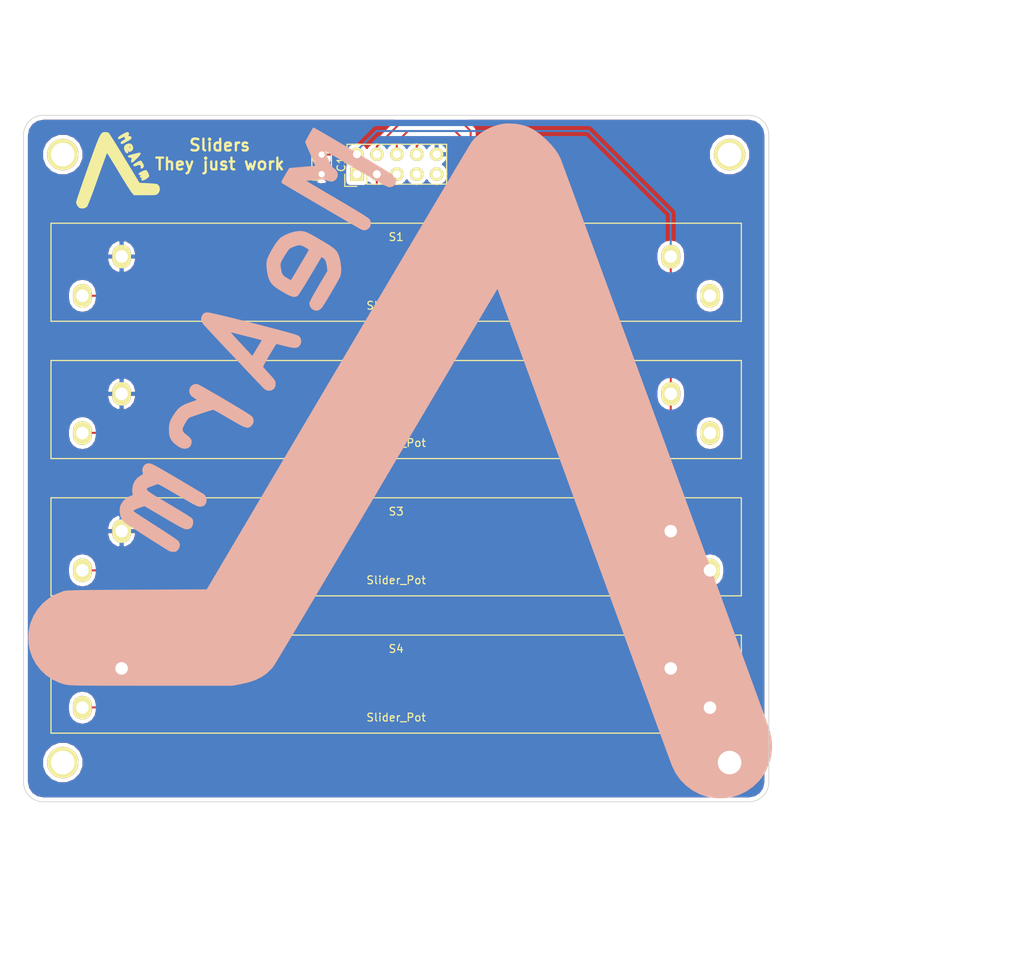
<source format=kicad_pcb>
(kicad_pcb (version 4) (host pcbnew "(2015-01-16 BZR 5376)-product")

  (general
    (links 18)
    (no_connects 4)
    (area 82 30.65 216.5 154.600001)
    (thickness 1.6)
    (drawings 18)
    (tracks 34)
    (zones 0)
    (modules 12)
    (nets 11)
  )

  (page A4)
  (layers
    (0 F.Cu signal)
    (31 B.Cu signal)
    (32 B.Adhes user)
    (33 F.Adhes user)
    (34 B.Paste user)
    (35 F.Paste user)
    (36 B.SilkS user)
    (37 F.SilkS user)
    (38 B.Mask user)
    (39 F.Mask user)
    (40 Dwgs.User user)
    (41 Cmts.User user)
    (42 Eco1.User user)
    (43 Eco2.User user)
    (44 Edge.Cuts user)
    (45 Margin user)
    (46 B.CrtYd user)
    (47 F.CrtYd user)
    (48 B.Fab user)
    (49 F.Fab user)
  )

  (setup
    (last_trace_width 0.254)
    (trace_clearance 0.254)
    (zone_clearance 0.508)
    (zone_45_only no)
    (trace_min 0.254)
    (segment_width 0.2)
    (edge_width 0.1)
    (via_size 0.889)
    (via_drill 0.635)
    (via_min_size 0.889)
    (via_min_drill 0.508)
    (uvia_size 0.508)
    (uvia_drill 0.127)
    (uvias_allowed no)
    (uvia_min_size 0.508)
    (uvia_min_drill 0.127)
    (pcb_text_width 0.3)
    (pcb_text_size 1.5 1.5)
    (mod_edge_width 0.15)
    (mod_text_size 1 1)
    (mod_text_width 0.15)
    (pad_size 2.4 3)
    (pad_drill 1.6)
    (pad_to_mask_clearance 0)
    (aux_axis_origin 0 0)
    (visible_elements 7FFFFFFF)
    (pcbplotparams
      (layerselection 0x000f0_80000001)
      (usegerberextensions true)
      (excludeedgelayer false)
      (linewidth 0.100000)
      (plotframeref false)
      (viasonmask false)
      (mode 1)
      (useauxorigin false)
      (hpglpennumber 1)
      (hpglpenspeed 20)
      (hpglpendiameter 15)
      (hpglpenoverlay 2)
      (psnegative false)
      (psa4output false)
      (plotreference true)
      (plotvalue true)
      (plotinvisibletext false)
      (padsonsilk false)
      (subtractmaskfromsilk true)
      (outputformat 1)
      (mirror false)
      (drillshape 0)
      (scaleselection 1)
      (outputdirectory gerbers/))
  )

  (net 0 "")
  (net 1 GND)
  (net 2 A0)
  (net 3 A1)
  (net 4 VCC)
  (net 5 A2)
  (net 6 A3)
  (net 7 "Net-(U1-Pad1)")
  (net 8 "Net-(U1-Pad5)")
  (net 9 "Net-(U1-Pad7)")
  (net 10 "Net-(U1-Pad9)")

  (net_class Default "This is the default net class."
    (clearance 0.254)
    (trace_width 0.254)
    (via_dia 0.889)
    (via_drill 0.635)
    (uvia_dia 0.508)
    (uvia_drill 0.127)
    (add_net A0)
    (add_net A1)
    (add_net A2)
    (add_net A3)
    (add_net GND)
    (add_net "Net-(U1-Pad1)")
    (add_net "Net-(U1-Pad5)")
    (add_net "Net-(U1-Pad7)")
    (add_net "Net-(U1-Pad9)")
    (add_net VCC)
  )

  (module MeArmLogo95mm (layer B.Cu) (tedit 551439F8) (tstamp 55143AA4)
    (at 133 89 180)
    (fp_text reference G*** (at 0 0 180) (layer B.SilkS) hide
      (effects (font (thickness 0.3)) (justify mirror))
    )
    (fp_text value LOGO (at 0.75 0 180) (layer B.SilkS) hide
      (effects (font (thickness 0.3)) (justify mirror))
    )
    (fp_poly (pts (xy 47.340583 -22.549237) (xy 47.305786 -23.337604) (xy 47.189812 -24.0585) (xy 47.169123 -24.142151)
      (xy 46.844239 -25.067983) (xy 46.375708 -25.921053) (xy 45.779145 -26.686133) (xy 45.070163 -27.347992)
      (xy 44.264378 -27.891399) (xy 43.377402 -28.301123) (xy 42.696289 -28.50503) (xy 42.590473 -28.528131)
      (xy 42.474406 -28.548819) (xy 42.338672 -28.567226) (xy 42.173858 -28.583484) (xy 41.97055 -28.597726)
      (xy 41.719332 -28.610084) (xy 41.410793 -28.620691) (xy 41.035516 -28.629678) (xy 40.584089 -28.63718)
      (xy 40.047097 -28.643327) (xy 39.415125 -28.648253) (xy 38.678761 -28.652091) (xy 37.828589 -28.654971)
      (xy 36.855195 -28.657028) (xy 35.749166 -28.658393) (xy 34.501088 -28.6592) (xy 33.101546 -28.65958)
      (xy 31.707667 -28.659666) (xy 21.378333 -28.659666) (xy 20.325992 -28.462727) (xy 19.299832 -28.225559)
      (xy 18.413239 -27.919722) (xy 17.646776 -27.534783) (xy 16.981005 -27.060309) (xy 16.396487 -26.485865)
      (xy 16.197528 -26.246666) (xy 16.126126 -26.138052) (xy 15.971976 -25.889126) (xy 15.738368 -25.505425)
      (xy 15.428595 -24.992481) (xy 15.045948 -24.355831) (xy 14.593716 -23.60101) (xy 14.075191 -22.733551)
      (xy 13.493665 -21.758989) (xy 12.852429 -20.682861) (xy 12.154772 -19.5107) (xy 11.403988 -18.248041)
      (xy 10.603365 -16.900419) (xy 9.756197 -15.473369) (xy 8.865773 -13.972426) (xy 7.935385 -12.403124)
      (xy 6.968324 -10.770999) (xy 5.96788 -9.081585) (xy 4.937346 -7.340417) (xy 3.880012 -5.553029)
      (xy 2.799168 -3.724958) (xy 1.714447 -1.889394) (xy 0.617312 -0.032516) (xy -0.457615 1.78646)
      (xy -1.507145 3.562148) (xy -2.528088 5.289162) (xy -3.517256 6.962117) (xy -4.471459 8.575626)
      (xy -5.387509 10.124305) (xy -6.262217 11.602766) (xy -7.092394 13.005624) (xy -7.87485 14.327494)
      (xy -8.606397 15.562989) (xy -9.283845 16.706724) (xy -9.904006 17.753314) (xy -10.463691 18.697371)
      (xy -10.95971 19.533511) (xy -11.388875 20.256347) (xy -11.747997 20.860494) (xy -12.033887 21.340566)
      (xy -12.243355 21.691177) (xy -12.373212 21.906941) (xy -12.420271 21.982473) (xy -12.42038 21.98251)
      (xy -12.450534 21.902458) (xy -12.536785 21.668826) (xy -12.677133 21.287089) (xy -12.869573 20.762721)
      (xy -13.112104 20.101195) (xy -13.402724 19.307986) (xy -13.739429 18.388568) (xy -14.120218 17.348415)
      (xy -14.543088 16.193002) (xy -15.006036 14.927802) (xy -15.507061 13.55829) (xy -16.04416 12.08994)
      (xy -16.61533 10.528226) (xy -17.218569 8.878621) (xy -17.851875 7.146601) (xy -18.513244 5.33764)
      (xy -19.200676 3.457211) (xy -19.912167 1.510788) (xy -20.645715 -0.496153) (xy -21.399318 -2.55814)
      (xy -22.170972 -4.669697) (xy -22.958676 -6.825351) (xy -23.451614 -8.174429) (xy -24.250568 -10.36091)
      (xy -25.035802 -12.509532) (xy -25.805259 -14.614676) (xy -26.556881 -16.670721) (xy -27.288612 -18.672049)
      (xy -27.998394 -20.613039) (xy -28.68417 -22.488073) (xy -29.343881 -24.291529) (xy -29.975472 -26.017788)
      (xy -30.576884 -27.661231) (xy -31.146059 -29.216238) (xy -31.680942 -30.677188) (xy -32.179474 -32.038464)
      (xy -32.639598 -33.294443) (xy -33.059256 -34.439508) (xy -33.436391 -35.468037) (xy -33.768946 -36.374412)
      (xy -34.054864 -37.153012) (xy -34.292087 -37.798219) (xy -34.478557 -38.304411) (xy -34.612217 -38.66597)
      (xy -34.69101 -38.877276) (xy -34.710524 -38.928185) (xy -35.166084 -39.84129) (xy -35.757615 -40.667281)
      (xy -36.468319 -41.392094) (xy -37.281399 -42.001662) (xy -38.180058 -42.481919) (xy -39.147499 -42.8188)
      (xy -39.438927 -42.887754) (xy -39.935697 -42.959133) (xy -40.531156 -42.993171) (xy -41.158886 -42.990122)
      (xy -41.752467 -42.950241) (xy -42.230645 -42.877075) (xy -43.188205 -42.583501) (xy -44.098247 -42.140379)
      (xy -44.933264 -41.56534) (xy -45.66575 -40.876017) (xy -46.019776 -40.44815) (xy -46.593288 -39.549031)
      (xy -47.011664 -38.591656) (xy -47.2726 -37.590675) (xy -47.373796 -36.560737) (xy -47.31295 -35.516491)
      (xy -47.087761 -34.472586) (xy -47.001308 -34.200974) (xy -46.938165 -34.021322) (xy -46.820029 -33.691644)
      (xy -46.649145 -33.218073) (xy -46.427756 -32.606745) (xy -46.158108 -31.863794) (xy -45.842444 -30.995355)
      (xy -45.48301 -30.007562) (xy -45.082049 -28.90655) (xy -44.641807 -27.698454) (xy -44.164527 -26.389408)
      (xy -43.652455 -24.985546) (xy -43.107834 -23.493005) (xy -42.532909 -21.917917) (xy -41.929925 -20.266418)
      (xy -41.301127 -18.544642) (xy -40.648757 -16.758725) (xy -39.975062 -14.914799) (xy -39.282286 -13.019002)
      (xy -38.572672 -11.077466) (xy -37.848466 -9.096326) (xy -37.111912 -7.081717) (xy -36.365255 -5.039775)
      (xy -35.610738 -2.976632) (xy -34.850607 -0.898424) (xy -34.087106 1.188713) (xy -33.322479 3.278647)
      (xy -32.558971 5.365242) (xy -31.798827 7.442364) (xy -31.04429 9.503877) (xy -30.297606 11.543648)
      (xy -29.561019 13.555542) (xy -28.836772 15.533423) (xy -28.127112 17.471158) (xy -27.434282 19.362612)
      (xy -26.760527 21.20165) (xy -26.108091 22.982138) (xy -25.479218 24.697941) (xy -24.876154 26.342924)
      (xy -24.301142 27.910952) (xy -23.756428 29.395892) (xy -23.244255 30.791608) (xy -22.766869 32.091967)
      (xy -22.326513 33.290832) (xy -21.925432 34.38207) (xy -21.56587 35.359546) (xy -21.250073 36.217125)
      (xy -20.980284 36.948673) (xy -20.758748 37.548055) (xy -20.58771 38.009137) (xy -20.469414 38.325783)
      (xy -20.406104 38.49186) (xy -20.396884 38.514314) (xy -20.099371 39.079421) (xy -19.726578 39.629857)
      (xy -19.255236 40.195911) (xy -18.662074 40.807876) (xy -18.55663 40.909847) (xy -17.806343 41.572151)
      (xy -17.08069 42.086078) (xy -16.352234 42.464381) (xy -15.593541 42.71981) (xy -14.777174 42.86512)
      (xy -14.266333 42.903972) (xy -13.769343 42.91708) (xy -13.370109 42.902221) (xy -12.998514 42.853624)
      (xy -12.584624 42.765562) (xy -11.72382 42.488925) (xy -10.902294 42.089412) (xy -10.153721 41.588537)
      (xy -9.511777 41.007815) (xy -9.146747 40.569247) (xy -9.076874 40.459592) (xy -8.923947 40.20919)
      (xy -8.690979 39.823121) (xy -8.380987 39.306466) (xy -7.996983 38.664307) (xy -7.541982 37.901724)
      (xy -7.018998 37.023798) (xy -6.431045 36.035611) (xy -5.781138 34.942244) (xy -5.072291 33.748777)
      (xy -4.307518 32.460292) (xy -3.489833 31.081869) (xy -2.62225 29.61859) (xy -1.707785 28.075536)
      (xy -0.74945 26.457788) (xy 0.249739 24.770427) (xy 1.286769 23.018533) (xy 2.358626 21.207188)
      (xy 3.462294 19.341473) (xy 4.594761 17.426469) (xy 5.753011 15.467258) (xy 6.93403 13.468919)
      (xy 7.925528 11.790793) (xy 24.61955 -16.467666) (xy 33.539942 -16.512457) (xy 34.981423 -16.519915)
      (xy 36.26335 -16.527105) (xy 37.395502 -16.534216) (xy 38.387657 -16.541437) (xy 39.249594 -16.548957)
      (xy 39.991092 -16.556966) (xy 40.62193 -16.565651) (xy 41.151885 -16.575202) (xy 41.590738 -16.585808)
      (xy 41.948266 -16.597658) (xy 42.234248 -16.610942) (xy 42.458463 -16.625847) (xy 42.63069 -16.642563)
      (xy 42.760707 -16.66128) (xy 42.858294 -16.682185) (xy 42.897325 -16.693313) (xy 43.865402 -17.077097)
      (xy 44.739414 -17.59088) (xy 45.507917 -18.222966) (xy 46.15947 -18.961658) (xy 46.682628 -19.795257)
      (xy 47.065948 -20.712066) (xy 47.166854 -21.057724) (xy 47.294254 -21.765308) (xy 47.340583 -22.549237)
      (xy 47.340583 -22.549237)) (layer B.SilkS) (width 0.1))
    (fp_poly (pts (xy 35.708971 -6.383492) (xy 35.645656 -6.899205) (xy 35.468457 -7.380618) (xy 35.19101 -7.776516)
      (xy 35.123739 -7.841786) (xy 35.017336 -7.919195) (xy 34.787135 -8.074455) (xy 34.452583 -8.29512)
      (xy 34.03313 -8.568739) (xy 33.548224 -8.882864) (xy 33.017312 -9.225046) (xy 32.459843 -9.582837)
      (xy 31.895265 -9.943786) (xy 31.343025 -10.295446) (xy 30.822573 -10.625368) (xy 30.353355 -10.921102)
      (xy 29.954821 -11.1702) (xy 29.646419 -11.360213) (xy 29.447595 -11.478692) (xy 29.406066 -11.501712)
      (xy 29.199035 -11.566282) (xy 28.929742 -11.598506) (xy 28.884426 -11.599333) (xy 28.621501 -11.568016)
      (xy 28.426927 -11.445507) (xy 28.328526 -11.338837) (xy 28.148855 -11.013492) (xy 28.121624 -10.670101)
      (xy 28.248606 -10.347407) (xy 28.281154 -10.303068) (xy 28.389741 -10.209514) (xy 28.624937 -10.037285)
      (xy 28.969923 -9.797716) (xy 29.407877 -9.502139) (xy 29.921979 -9.16189) (xy 30.495407 -8.788301)
      (xy 31.111342 -8.392706) (xy 31.203565 -8.333947) (xy 31.817451 -7.942032) (xy 32.386117 -7.576694)
      (xy 32.893751 -7.248265) (xy 33.324539 -6.967077) (xy 33.662669 -6.743462) (xy 33.892328 -6.587751)
      (xy 33.997702 -6.510277) (xy 34.002367 -6.505255) (xy 34.00311 -6.380505) (xy 33.851868 -6.245583)
      (xy 33.542754 -6.096536) (xy 33.216451 -5.977352) (xy 32.577379 -5.762483) (xy 30.06819 -7.241272)
      (xy 29.382749 -7.643991) (xy 28.826004 -7.967564) (xy 28.38169 -8.220365) (xy 28.033541 -8.410768)
      (xy 27.76529 -8.547147) (xy 27.560671 -8.637876) (xy 27.403419 -8.691329) (xy 27.277268 -8.71588)
      (xy 27.195124 -8.720364) (xy 26.912304 -8.690749) (xy 26.709237 -8.57984) (xy 26.623624 -8.496636)
      (xy 26.470296 -8.225387) (xy 26.415414 -7.893101) (xy 26.463919 -7.571633) (xy 26.548784 -7.408333)
      (xy 26.648499 -7.328498) (xy 26.877799 -7.173921) (xy 27.219909 -6.955025) (xy 27.658057 -6.682235)
      (xy 28.175468 -6.365976) (xy 28.755371 -6.016672) (xy 29.380993 -5.644748) (xy 29.488258 -5.581454)
      (xy 30.21416 -5.152449) (xy 30.806551 -4.799254) (xy 31.278644 -4.513139) (xy 31.64365 -4.285377)
      (xy 31.914779 -4.107238) (xy 32.105243 -3.969995) (xy 32.228254 -3.864918) (xy 32.297023 -3.783281)
      (xy 32.324761 -3.716353) (xy 32.326272 -3.706445) (xy 32.321819 -3.569219) (xy 32.243056 -3.472456)
      (xy 32.052521 -3.380073) (xy 31.945272 -3.339437) (xy 31.639093 -3.225191) (xy 31.345927 -3.1131)
      (xy 31.252827 -3.076612) (xy 31.028235 -3.000206) (xy 30.858315 -2.963826) (xy 30.845727 -2.963333)
      (xy 30.746027 -3.005019) (xy 30.518831 -3.123359) (xy 30.182078 -3.308275) (xy 29.753707 -3.54969)
      (xy 29.251658 -3.837526) (xy 28.693868 -4.161705) (xy 28.283575 -4.402666) (xy 27.601293 -4.803485)
      (xy 27.047623 -5.124564) (xy 26.606531 -5.374207) (xy 26.261982 -5.560714) (xy 25.997942 -5.69239)
      (xy 25.798378 -5.777536) (xy 25.647256 -5.824456) (xy 25.52854 -5.841451) (xy 25.503887 -5.842)
      (xy 25.210493 -5.800636) (xy 24.986001 -5.694753) (xy 24.984879 -5.693833) (xy 24.786886 -5.430938)
      (xy 24.708049 -5.10344) (xy 24.746148 -4.764809) (xy 24.898959 -4.468514) (xy 25.041303 -4.335714)
      (xy 25.161685 -4.259524) (xy 25.411856 -4.107234) (xy 25.775604 -3.888515) (xy 26.236716 -3.613039)
      (xy 26.778977 -3.290477) (xy 27.386175 -2.9305) (xy 28.042096 -2.542779) (xy 28.475442 -2.287212)
      (xy 29.264659 -1.823337) (xy 29.92231 -1.439785) (xy 30.461811 -1.129392) (xy 30.896578 -0.884994)
      (xy 31.240027 -0.699426) (xy 31.505572 -0.565523) (xy 31.706631 -0.476121) (xy 31.856618 -0.424056)
      (xy 31.968949 -0.402164) (xy 32.008855 -0.400242) (xy 32.321465 -0.441977) (xy 32.547591 -0.58856)
      (xy 32.736139 -0.870785) (xy 32.817081 -1.127324) (xy 32.7896 -1.415712) (xy 32.717654 -1.636137)
      (xy 32.745962 -1.757776) (xy 32.930558 -1.887353) (xy 32.981111 -1.912309) (xy 33.437312 -2.218025)
      (xy 33.786066 -2.636534) (xy 34.01194 -3.138474) (xy 34.099502 -3.694487) (xy 34.083506 -4.009582)
      (xy 34.029088 -4.445132) (xy 34.449868 -4.59458) (xy 34.869424 -4.82271) (xy 35.244026 -5.171194)
      (xy 35.528309 -5.591057) (xy 35.644767 -5.884692) (xy 35.708971 -6.383492) (xy 35.708971 -6.383492)) (layer B.SilkS) (width 0.1))
    (fp_poly (pts (xy 29.420213 3.937) (xy 29.392893 3.402036) (xy 29.300604 2.982922) (xy 29.124375 2.632538)
      (xy 28.845232 2.303768) (xy 28.711946 2.178059) (xy 28.223941 1.802997) (xy 27.771887 1.5916)
      (xy 27.356928 1.544213) (xy 26.99057 1.655486) (xy 26.779227 1.856576) (xy 26.648759 2.150606)
      (xy 26.621133 2.47176) (xy 26.660671 2.643956) (xy 26.776498 2.817527) (xy 26.984901 3.028053)
      (xy 27.177256 3.182549) (xy 27.486689 3.425912) (xy 27.670483 3.633379) (xy 27.755512 3.84263)
      (xy 27.770667 4.01461) (xy 27.72528 4.188653) (xy 27.607032 4.452574) (xy 27.442792 4.7594)
      (xy 27.259429 5.062161) (xy 27.083812 5.313885) (xy 26.94281 5.467599) (xy 26.937019 5.471966)
      (xy 26.819994 5.526057) (xy 26.573933 5.620019) (xy 26.2309 5.743121) (xy 25.822956 5.884631)
      (xy 25.382164 6.033818) (xy 24.940587 6.179952) (xy 24.530287 6.312301) (xy 24.183327 6.420135)
      (xy 23.931768 6.492723) (xy 23.807674 6.519334) (xy 23.807635 6.519334) (xy 23.712054 6.47781)
      (xy 23.491206 6.360791) (xy 23.165205 6.179603) (xy 22.754167 5.945572) (xy 22.278205 5.670025)
      (xy 21.77782 5.376334) (xy 21.12875 4.995609) (xy 20.60589 4.698063) (xy 20.191314 4.477999)
      (xy 19.867093 4.329724) (xy 19.615301 4.247542) (xy 19.418012 4.225759) (xy 19.257298 4.258679)
      (xy 19.115232 4.340608) (xy 18.973887 4.465852) (xy 18.95882 4.480821) (xy 18.756338 4.787965)
      (xy 18.716691 5.134209) (xy 18.830586 5.486372) (xy 18.907116 5.572381) (xy 19.07527 5.70558)
      (xy 19.343297 5.891205) (xy 19.719441 6.134494) (xy 20.211949 6.440684) (xy 20.829069 6.815013)
      (xy 21.579046 7.262717) (xy 22.280753 7.677541) (xy 22.971602 8.08286) (xy 23.624219 8.462446)
      (xy 24.22282 8.807353) (xy 24.751621 9.108637) (xy 25.194838 9.357355) (xy 25.536688 9.544562)
      (xy 25.761388 9.661314) (xy 25.846143 9.697965) (xy 26.167648 9.698494) (xy 26.473872 9.568359)
      (xy 26.698634 9.3374) (xy 26.716326 9.305613) (xy 26.832003 8.928499) (xy 26.78356 8.575467)
      (xy 26.575717 8.257701) (xy 26.213197 7.986387) (xy 26.143923 7.949445) (xy 25.957061 7.833769)
      (xy 25.870946 7.738229) (xy 25.87676 7.708341) (xy 25.98407 7.655029) (xy 26.215003 7.564754)
      (xy 26.531768 7.451746) (xy 26.7804 7.368031) (xy 27.381158 7.141382) (xy 27.850788 6.890663)
      (xy 28.227479 6.589625) (xy 28.549421 6.21202) (xy 28.629493 6.097138) (xy 28.941011 5.616544)
      (xy 29.160378 5.225801) (xy 29.302675 4.883707) (xy 29.382983 4.549061) (xy 29.416386 4.18066)
      (xy 29.420213 3.937) (xy 29.420213 3.937)) (layer B.SilkS) (width 0.1))
    (fp_poly (pts (xy 25.313818 17.927549) (xy 25.16822 17.565199) (xy 24.997833 17.339942) (xy 24.8194 17.143446)
      (xy 24.547978 16.84925) (xy 24.195477 16.469974) (xy 23.773808 16.018243) (xy 23.294883 15.506677)
      (xy 22.770611 14.9479) (xy 22.212903 14.354534) (xy 21.650561 13.757145) (xy 21.650561 16.405322)
      (xy 21.632333 16.41096) (xy 21.504735 16.378378) (xy 21.238231 16.310387) (xy 20.858 16.213408)
      (xy 20.389222 16.093864) (xy 19.857075 15.958175) (xy 19.508742 15.869363) (xy 17.554485 15.371115)
      (xy 18.190054 14.31652) (xy 18.825624 13.261925) (xy 19.424645 13.908674) (xy 19.711022 14.217121)
      (xy 20.07099 14.603726) (xy 20.462285 15.023151) (xy 20.842641 15.430059) (xy 20.912667 15.504866)
      (xy 21.224714 15.846307) (xy 21.459764 16.120335) (xy 21.605738 16.311741) (xy 21.650561 16.405322)
      (xy 21.650561 13.757145) (xy 21.633671 13.739202) (xy 21.044825 13.114525) (xy 20.458275 12.493127)
      (xy 19.885933 11.887629) (xy 19.339709 11.310655) (xy 18.831514 10.774825) (xy 18.373258 10.292764)
      (xy 17.976853 9.877094) (xy 17.654209 9.540436) (xy 17.417236 9.295413) (xy 17.277846 9.154649)
      (xy 17.247638 9.126655) (xy 16.905882 8.955797) (xy 16.546478 8.95243) (xy 16.3685 9.011503)
      (xy 16.106369 9.183858) (xy 15.962637 9.434518) (xy 15.917378 9.798911) (xy 15.917333 9.813741)
      (xy 15.926237 9.961868) (xy 15.965074 10.099496) (xy 16.052033 10.254416) (xy 16.2053 10.454418)
      (xy 16.443065 10.727292) (xy 16.7005 11.010366) (xy 16.9891 11.328787) (xy 17.234288 11.60605)
      (xy 17.414059 11.816766) (xy 17.506411 11.935546) (xy 17.513449 11.948405) (xy 17.48034 12.039176)
      (xy 17.374804 12.246411) (xy 17.212675 12.543113) (xy 17.009789 12.902287) (xy 16.781981 13.296936)
      (xy 16.545085 13.700065) (xy 16.314937 14.084676) (xy 16.107373 14.423774) (xy 15.938227 14.690362)
      (xy 15.823335 14.857445) (xy 15.781347 14.901334) (xy 15.687211 14.88176) (xy 15.462177 14.828395)
      (xy 15.139436 14.749272) (xy 14.752175 14.652425) (xy 14.732 14.647334) (xy 14.149822 14.50873)
      (xy 13.703985 14.426792) (xy 13.370498 14.403708) (xy 13.125371 14.441667) (xy 12.944615 14.542858)
      (xy 12.804238 14.709469) (xy 12.735716 14.829463) (xy 12.643269 15.176331) (xy 12.699934 15.523938)
      (xy 12.896861 15.818745) (xy 12.899675 15.821402) (xy 12.976015 15.869072) (xy 13.123479 15.931115)
      (xy 13.351971 16.01031) (xy 13.671394 16.109432) (xy 14.09165 16.231259) (xy 14.622642 16.37857)
      (xy 15.274273 16.554141) (xy 16.056446 16.760751) (xy 16.979064 17.001175) (xy 18.05203 17.278193)
      (xy 18.549879 17.406117) (xy 19.553461 17.662189) (xy 20.500786 17.90097) (xy 21.378602 18.119282)
      (xy 22.17366 18.313948) (xy 22.87271 18.481791) (xy 23.462501 18.619632) (xy 23.929785 18.724296)
      (xy 24.26131 18.792605) (xy 24.443828 18.821381) (xy 24.454553 18.822008) (xy 24.733735 18.820777)
      (xy 24.910327 18.776888) (xy 25.049815 18.668263) (xy 25.110719 18.600779) (xy 25.294929 18.275843)
      (xy 25.313818 17.927549) (xy 25.313818 17.927549)) (layer B.SilkS) (width 0.1))
    (fp_poly (pts (xy 16.984144 25.068431) (xy 16.967759 24.551689) (xy 16.899615 24.003268) (xy 16.787315 23.485094)
      (xy 16.643936 23.071152) (xy 16.492693 22.780709) (xy 16.304841 22.523667) (xy 16.055331 22.277529)
      (xy 15.719114 22.0198) (xy 15.28712 21.738391) (xy 15.28712 24.950688) (xy 15.26278 25.140243)
      (xy 15.19105 25.346867) (xy 15.061005 25.60322) (xy 14.86172 25.941965) (xy 14.622143 26.331334)
      (xy 14.410601 26.665427) (xy 14.248678 26.888379) (xy 14.100425 27.03517) (xy 13.929894 27.140782)
      (xy 13.701136 27.240196) (xy 13.679108 27.248982) (xy 13.269457 27.401958) (xy 12.962319 27.48025)
      (xy 12.707724 27.482812) (xy 12.4557 27.408595) (xy 12.156276 27.256552) (xy 12.084262 27.215536)
      (xy 11.804335 27.05003) (xy 11.648762 26.938208) (xy 11.593162 26.85281) (xy 11.613157 26.766573)
      (xy 11.640727 26.719587) (xy 11.715485 26.596517) (xy 11.861843 26.351443) (xy 12.065577 26.008336)
      (xy 12.312466 25.591166) (xy 12.588286 25.123904) (xy 12.7 24.934334) (xy 13.049172 24.341957)
      (xy 13.322479 23.879693) (xy 13.529729 23.531592) (xy 13.68073 23.281703) (xy 13.785291 23.11408)
      (xy 13.853219 23.01277) (xy 13.894322 22.961827) (xy 13.918409 22.9453) (xy 13.92355 22.944667)
      (xy 14.007947 22.984741) (xy 14.1969 23.089974) (xy 14.450078 23.237881) (xy 14.458703 23.243016)
      (xy 14.755485 23.43433) (xy 14.953965 23.61556) (xy 15.083044 23.833071) (xy 15.171621 24.133227)
      (xy 15.237331 24.492137) (xy 15.274996 24.74554) (xy 15.28712 24.950688) (xy 15.28712 21.738391)
      (xy 15.27114 21.727981) (xy 14.898822 21.503853) (xy 14.373357 21.209236) (xy 13.958229 21.015272)
      (xy 13.631629 20.916733) (xy 13.371745 20.90839) (xy 13.156767 20.985017) (xy 13.050542 21.060834)
      (xy 12.965491 21.168123) (xy 12.806822 21.402974) (xy 12.586261 21.746694) (xy 12.315532 22.180589)
      (xy 12.006359 22.685966) (xy 11.670467 23.244131) (xy 11.475677 23.571764) (xy 11.136337 24.144232)
      (xy 10.824358 24.669034) (xy 10.550226 25.128654) (xy 10.324422 25.505572) (xy 10.157432 25.782271)
      (xy 10.059739 25.941233) (xy 10.038722 25.972834) (xy 9.952634 25.953947) (xy 9.78789 25.858852)
      (xy 9.743658 25.828312) (xy 9.573022 25.665866) (xy 9.44633 25.436816) (xy 9.35081 25.108053)
      (xy 9.27369 24.646469) (xy 9.266421 24.59113) (xy 9.211263 24.16326) (xy 10.362965 22.222535)
      (xy 10.764783 21.535801) (xy 11.083396 20.970363) (xy 11.316242 20.53107) (xy 11.460757 20.222774)
      (xy 11.51438 20.050324) (xy 11.514667 20.042701) (xy 11.446498 19.690969) (xy 11.262568 19.403075)
      (xy 10.996605 19.228513) (xy 10.747811 19.155492) (xy 10.566824 19.152241) (xy 10.371667 19.215442)
      (xy 10.192158 19.329874) (xy 10.025609 19.485241) (xy 9.918098 19.632438) (xy 9.74319 19.901328)
      (xy 9.516202 20.26585) (xy 9.252451 20.699942) (xy 8.967254 21.177539) (xy 8.67593 21.672581)
      (xy 8.393794 22.159004) (xy 8.136164 22.610746) (xy 7.918358 23.001745) (xy 7.755693 23.305937)
      (xy 7.663486 23.49726) (xy 7.655348 23.518274) (xy 7.557303 23.995141) (xy 7.555636 24.596745)
      (xy 7.650344 25.308592) (xy 7.655768 25.337225) (xy 7.755185 25.800851) (xy 7.87009 26.177819)
      (xy 8.02124 26.493156) (xy 8.229392 26.771893) (xy 8.515302 27.039057) (xy 8.899729 27.319676)
      (xy 9.403427 27.638781) (xy 9.723827 27.830871) (xy 10.377939 28.216995) (xy 10.907684 28.523847)
      (xy 11.333211 28.760408) (xy 11.674668 28.935659) (xy 11.952205 29.058583) (xy 12.185971 29.13816)
      (xy 12.396115 29.183373) (xy 12.602786 29.203204) (xy 12.810389 29.206735) (xy 13.367573 29.145957)
      (xy 13.978999 28.983223) (xy 14.582695 28.739736) (xy 15.116693 28.436701) (xy 15.170728 28.399069)
      (xy 15.386851 28.194703) (xy 15.648488 27.870778) (xy 15.93383 27.463108) (xy 16.22107 27.007508)
      (xy 16.488398 26.539793) (xy 16.714005 26.09578) (xy 16.876084 25.711281) (xy 16.941165 25.49157)
      (xy 16.984144 25.068431) (xy 16.984144 25.068431)) (layer B.SilkS) (width 0.1))
    (fp_poly (pts (xy 15.072355 35.470164) (xy 15.035504 35.40905) (xy 14.960632 35.356825) (xy 14.765071 35.237192)
      (xy 14.448599 35.047433) (xy 14.02604 34.796217) (xy 13.512219 34.492216) (xy 12.921962 34.144098)
      (xy 12.270093 33.760534) (xy 11.571437 33.350193) (xy 10.84082 32.921746) (xy 10.093066 32.483862)
      (xy 9.343 32.045212) (xy 8.605447 31.614464) (xy 7.895233 31.20029) (xy 7.227182 30.811358)
      (xy 6.616119 30.45634) (xy 6.07687 30.143904) (xy 5.624258 29.882721) (xy 5.27311 29.68146)
      (xy 5.03825 29.548792) (xy 4.934553 29.493407) (xy 4.667132 29.40309) (xy 4.45936 29.399034)
      (xy 4.318 29.439128) (xy 4.013708 29.631619) (xy 3.824223 29.921609) (xy 3.766695 30.268258)
      (xy 3.837248 30.583955) (xy 3.874793 30.653501) (xy 3.938229 30.731017) (xy 4.039001 30.82385)
      (xy 4.188556 30.939343) (xy 4.39834 31.084841) (xy 4.679799 31.267687) (xy 5.044379 31.495227)
      (xy 5.503527 31.774804) (xy 6.068688 32.113762) (xy 6.751308 32.519448) (xy 7.562835 32.999203)
      (xy 8.04043 33.280893) (xy 12.122097 35.687) (xy 10.921221 35.799749) (xy 10.445937 35.84316)
      (xy 10.103824 35.868413) (xy 9.85954 35.873983) (xy 9.67774 35.858344) (xy 9.523081 35.819973)
      (xy 9.360221 35.757342) (xy 9.295153 35.729586) (xy 8.907003 35.607619) (xy 8.590856 35.619423)
      (xy 8.310459 35.768563) (xy 8.235129 35.833818) (xy 8.043642 36.115786) (xy 7.988522 36.44291)
      (xy 8.062133 36.771264) (xy 8.256834 37.056921) (xy 8.475387 37.21551) (xy 8.697028 37.399003)
      (xy 8.897753 37.719626) (xy 8.949913 37.830776) (xy 9.228044 38.459966) (xy 9.441534 38.956357)
      (xy 9.588372 39.315025) (xy 9.666547 39.531044) (xy 9.674047 39.59949) (xy 9.671708 39.598539)
      (xy 9.589024 39.550469) (xy 9.37387 39.424505) (xy 9.039749 39.228575) (xy 8.600164 38.970606)
      (xy 8.06862 38.658526) (xy 7.45862 38.300262) (xy 6.783667 37.903742) (xy 6.057265 37.476893)
      (xy 5.626594 37.223776) (xy 4.73048 36.698138) (xy 3.968238 36.253636) (xy 3.32863 35.884138)
      (xy 2.800413 35.583514) (xy 2.372347 35.345632) (xy 2.033191 35.16436) (xy 1.771704 35.033568)
      (xy 1.576645 34.947124) (xy 1.436773 34.898897) (xy 1.340847 34.882756) (xy 1.334482 34.882667)
      (xy 0.980549 34.957335) (xy 0.714367 35.168057) (xy 0.557771 35.494911) (xy 0.535561 35.611623)
      (xy 0.52306 35.862195) (xy 0.588953 36.048142) (xy 0.731296 36.22687) (xy 0.829583 36.299772)
      (xy 1.056309 36.448017) (xy 1.397384 36.663179) (xy 1.838716 36.936832) (xy 2.366214 37.260549)
      (xy 2.965786 37.625907) (xy 3.623342 38.024477) (xy 4.32479 38.447835) (xy 5.056038 38.887554)
      (xy 5.802997 39.335209) (xy 6.551573 39.782373) (xy 7.287677 40.220621) (xy 7.997217 40.641527)
      (xy 8.666101 41.036665) (xy 9.280239 41.397609) (xy 9.825539 41.715932) (xy 10.28791 41.98321)
      (xy 10.65326 42.191016) (xy 10.907499 42.330925) (xy 11.036535 42.394509) (xy 11.04983 42.396879)
      (xy 11.145416 42.246837) (xy 11.289103 42.003755) (xy 11.46095 41.70349) (xy 11.641014 41.381904)
      (xy 11.809356 41.074856) (xy 11.946034 40.818204) (xy 12.031107 40.647809) (xy 12.049305 40.599563)
      (xy 12.015268 40.498811) (xy 11.921383 40.269302) (xy 11.778451 39.936169) (xy 11.597272 39.524545)
      (xy 11.388648 39.059563) (xy 11.366269 39.010167) (xy 11.130829 38.486285) (xy 10.961782 38.096687)
      (xy 10.852639 37.822812) (xy 10.796908 37.646099) (xy 10.788095 37.547988) (xy 10.819711 37.509919)
      (xy 10.840638 37.507334) (xy 10.980191 37.500538) (xy 11.245148 37.481945) (xy 11.603963 37.454248)
      (xy 12.025092 37.420136) (xy 12.476991 37.382303) (xy 12.928114 37.343439) (xy 13.346916 37.306238)
      (xy 13.701854 37.273389) (xy 13.961382 37.247586) (xy 14.093955 37.231519) (xy 14.104453 37.228832)
      (xy 14.150749 37.153413) (xy 14.265803 36.961235) (xy 14.432283 36.681357) (xy 14.63286 36.342837)
      (xy 14.633138 36.342366) (xy 14.849314 35.974848) (xy 14.98845 35.72541) (xy 15.059734 35.566399)
      (xy 15.072355 35.470164) (xy 15.072355 35.470164)) (layer B.SilkS) (width 0.1))
  )

  (module Capacitors_ThroughHole:C_Disc_D3_P2.5 (layer F.Cu) (tedit 551423A5) (tstamp 5514249A)
    (at 123 50 270)
    (descr "Capacitor 3mm Disc, Pitch 2.5mm")
    (tags Capacitor)
    (path /5514241C)
    (fp_text reference C1 (at 1.25 -2.5 270) (layer F.SilkS)
      (effects (font (size 1 1) (thickness 0.15)))
    )
    (fp_text value C (at 1.25 2.5 270) (layer F.Fab)
      (effects (font (size 1 1) (thickness 0.15)))
    )
    (fp_line (start -0.9 -1.5) (end 3.4 -1.5) (layer F.CrtYd) (width 0.05))
    (fp_line (start 3.4 -1.5) (end 3.4 1.5) (layer F.CrtYd) (width 0.05))
    (fp_line (start 3.4 1.5) (end -0.9 1.5) (layer F.CrtYd) (width 0.05))
    (fp_line (start -0.9 1.5) (end -0.9 -1.5) (layer F.CrtYd) (width 0.05))
    (fp_line (start -0.25 -1.25) (end 2.75 -1.25) (layer F.SilkS) (width 0.15))
    (fp_line (start 2.75 1.25) (end -0.25 1.25) (layer F.SilkS) (width 0.15))
    (pad 1 thru_hole rect (at 0 0 270) (size 1.3 1.3) (drill 0.8) (layers *.Cu *.Mask F.SilkS)
      (net 4 VCC))
    (pad 2 thru_hole circle (at 2.5 0 270) (size 1.3 1.3) (drill 0.8001) (layers *.Cu *.Mask F.SilkS)
      (net 1 GND))
    (model Capacitors_ThroughHole.3dshapes/C_Disc_D3_P2.5.wrl
      (at (xyz 0.0492126 0 0))
      (scale (xyz 1 1 1))
      (rotate (xyz 0 0 0))
    )
  )

  (module brains:Slider_Potentiometer (layer F.Cu) (tedit 551422D6) (tstamp 551424A6)
    (at 132.5 65)
    (path /55141FA0)
    (fp_text reference S1 (at 0 -4.5) (layer F.SilkS)
      (effects (font (size 1 1) (thickness 0.15)))
    )
    (fp_text value Slider_Pot (at 0 4.25) (layer F.SilkS)
      (effects (font (size 1 1) (thickness 0.15)))
    )
    (fp_line (start -44 -6.25) (end 44 -6.25) (layer F.SilkS) (width 0.15))
    (fp_line (start 44 -6.25) (end 44 6.25) (layer F.SilkS) (width 0.15))
    (fp_line (start 44 6.25) (end -44 6.25) (layer F.SilkS) (width 0.15))
    (fp_line (start -44 -6.25) (end -44 6.25) (layer F.SilkS) (width 0.15))
    (pad 1 thru_hole oval (at -35 -2) (size 2.4 3) (drill 1.6) (layers *.Cu *.Mask F.SilkS)
      (net 1 GND))
    (pad 2 thru_hole oval (at -40 3) (size 2.4 3) (drill 1.6) (layers *.Cu *.Mask F.SilkS)
      (net 2 A0))
    (pad 3 thru_hole oval (at 35 -2) (size 2.4 3) (drill 1.6) (layers *.Cu *.Mask F.SilkS)
      (net 4 VCC))
    (pad 2 thru_hole oval (at 40 3) (size 2.4 3) (drill 1.6) (layers *.Cu *.Mask F.SilkS)
      (net 2 A0))
  )

  (module brains:Slider_Potentiometer (layer F.Cu) (tedit 551422D6) (tstamp 551424B2)
    (at 132.5 82.5)
    (path /551420C3)
    (fp_text reference S2 (at 0 -4.5) (layer F.SilkS)
      (effects (font (size 1 1) (thickness 0.15)))
    )
    (fp_text value Slider_Pot (at 0 4.25) (layer F.SilkS)
      (effects (font (size 1 1) (thickness 0.15)))
    )
    (fp_line (start -44 -6.25) (end 44 -6.25) (layer F.SilkS) (width 0.15))
    (fp_line (start 44 -6.25) (end 44 6.25) (layer F.SilkS) (width 0.15))
    (fp_line (start 44 6.25) (end -44 6.25) (layer F.SilkS) (width 0.15))
    (fp_line (start -44 -6.25) (end -44 6.25) (layer F.SilkS) (width 0.15))
    (pad 1 thru_hole oval (at -35 -2) (size 2.4 3) (drill 1.6) (layers *.Cu *.Mask F.SilkS)
      (net 1 GND))
    (pad 2 thru_hole oval (at -40 3) (size 2.4 3) (drill 1.6) (layers *.Cu *.Mask F.SilkS)
      (net 3 A1))
    (pad 3 thru_hole oval (at 35 -2) (size 2.4 3) (drill 1.6) (layers *.Cu *.Mask F.SilkS)
      (net 4 VCC))
    (pad 2 thru_hole oval (at 40 3) (size 2.4 3) (drill 1.6) (layers *.Cu *.Mask F.SilkS)
      (net 3 A1))
  )

  (module brains:Slider_Potentiometer (layer F.Cu) (tedit 551422D6) (tstamp 551424BE)
    (at 132.5 100)
    (path /551421B1)
    (fp_text reference S3 (at 0 -4.5) (layer F.SilkS)
      (effects (font (size 1 1) (thickness 0.15)))
    )
    (fp_text value Slider_Pot (at 0 4.25) (layer F.SilkS)
      (effects (font (size 1 1) (thickness 0.15)))
    )
    (fp_line (start -44 -6.25) (end 44 -6.25) (layer F.SilkS) (width 0.15))
    (fp_line (start 44 -6.25) (end 44 6.25) (layer F.SilkS) (width 0.15))
    (fp_line (start 44 6.25) (end -44 6.25) (layer F.SilkS) (width 0.15))
    (fp_line (start -44 -6.25) (end -44 6.25) (layer F.SilkS) (width 0.15))
    (pad 1 thru_hole oval (at -35 -2) (size 2.4 3) (drill 1.6) (layers *.Cu *.Mask F.SilkS)
      (net 1 GND))
    (pad 2 thru_hole oval (at -40 3) (size 2.4 3) (drill 1.6) (layers *.Cu *.Mask F.SilkS)
      (net 5 A2))
    (pad 3 thru_hole oval (at 35 -2) (size 2.4 3) (drill 1.6) (layers *.Cu *.Mask F.SilkS)
      (net 4 VCC))
    (pad 2 thru_hole oval (at 40 3) (size 2.4 3) (drill 1.6) (layers *.Cu *.Mask F.SilkS)
      (net 5 A2))
  )

  (module brains:Slider_Potentiometer (layer F.Cu) (tedit 551422D6) (tstamp 551424CA)
    (at 132.5 117.5)
    (path /551421B7)
    (fp_text reference S4 (at 0 -4.5) (layer F.SilkS)
      (effects (font (size 1 1) (thickness 0.15)))
    )
    (fp_text value Slider_Pot (at 0 4.25) (layer F.SilkS)
      (effects (font (size 1 1) (thickness 0.15)))
    )
    (fp_line (start -44 -6.25) (end 44 -6.25) (layer F.SilkS) (width 0.15))
    (fp_line (start 44 -6.25) (end 44 6.25) (layer F.SilkS) (width 0.15))
    (fp_line (start 44 6.25) (end -44 6.25) (layer F.SilkS) (width 0.15))
    (fp_line (start -44 -6.25) (end -44 6.25) (layer F.SilkS) (width 0.15))
    (pad 1 thru_hole oval (at -35 -2) (size 2.4 3) (drill 1.6) (layers *.Cu *.Mask F.SilkS)
      (net 1 GND))
    (pad 2 thru_hole oval (at -40 3) (size 2.4 3) (drill 1.6) (layers *.Cu *.Mask F.SilkS)
      (net 6 A3))
    (pad 3 thru_hole oval (at 35 -2) (size 2.4 3) (drill 1.6) (layers *.Cu *.Mask F.SilkS)
      (net 4 VCC))
    (pad 2 thru_hole oval (at 40 3) (size 2.4 3) (drill 1.6) (layers *.Cu *.Mask F.SilkS)
      (net 6 A3))
  )

  (module Pin_Headers:Pin_Header_Straight_2x05 (layer F.Cu) (tedit 551423A5) (tstamp 551424D8)
    (at 127.5 52.5 90)
    (descr "Through hole pin header")
    (tags "pin header")
    (path /55141E70)
    (fp_text reference U1 (at 0 -5.1 90) (layer F.SilkS)
      (effects (font (size 1 1) (thickness 0.15)))
    )
    (fp_text value JoyConnectISP (at 0 -3.1 90) (layer F.Fab)
      (effects (font (size 1 1) (thickness 0.15)))
    )
    (fp_line (start -1.75 -1.75) (end -1.75 11.95) (layer F.CrtYd) (width 0.05))
    (fp_line (start 4.3 -1.75) (end 4.3 11.95) (layer F.CrtYd) (width 0.05))
    (fp_line (start -1.75 -1.75) (end 4.3 -1.75) (layer F.CrtYd) (width 0.05))
    (fp_line (start -1.75 11.95) (end 4.3 11.95) (layer F.CrtYd) (width 0.05))
    (fp_line (start 3.81 -1.27) (end 3.81 11.43) (layer F.SilkS) (width 0.15))
    (fp_line (start 3.81 11.43) (end -1.27 11.43) (layer F.SilkS) (width 0.15))
    (fp_line (start -1.27 11.43) (end -1.27 1.27) (layer F.SilkS) (width 0.15))
    (fp_line (start 3.81 -1.27) (end 1.27 -1.27) (layer F.SilkS) (width 0.15))
    (fp_line (start 0 -1.55) (end -1.55 -1.55) (layer F.SilkS) (width 0.15))
    (fp_line (start 1.27 -1.27) (end 1.27 1.27) (layer F.SilkS) (width 0.15))
    (fp_line (start 1.27 1.27) (end -1.27 1.27) (layer F.SilkS) (width 0.15))
    (fp_line (start -1.55 -1.55) (end -1.55 0) (layer F.SilkS) (width 0.15))
    (pad 1 thru_hole rect (at 0 0 90) (size 1.7272 1.7272) (drill 1.016) (layers *.Cu *.Mask F.SilkS)
      (net 7 "Net-(U1-Pad1)"))
    (pad 2 thru_hole oval (at 2.54 0 90) (size 1.7272 1.7272) (drill 1.016) (layers *.Cu *.Mask F.SilkS)
      (net 4 VCC))
    (pad 3 thru_hole oval (at 0 2.54 90) (size 1.7272 1.7272) (drill 1.016) (layers *.Cu *.Mask F.SilkS)
      (net 2 A0))
    (pad 4 thru_hole oval (at 2.54 2.54 90) (size 1.7272 1.7272) (drill 1.016) (layers *.Cu *.Mask F.SilkS)
      (net 6 A3))
    (pad 5 thru_hole oval (at 0 5.08 90) (size 1.7272 1.7272) (drill 1.016) (layers *.Cu *.Mask F.SilkS)
      (net 8 "Net-(U1-Pad5)"))
    (pad 6 thru_hole oval (at 2.54 5.08 90) (size 1.7272 1.7272) (drill 1.016) (layers *.Cu *.Mask F.SilkS)
      (net 5 A2))
    (pad 7 thru_hole oval (at 0 7.62 90) (size 1.7272 1.7272) (drill 1.016) (layers *.Cu *.Mask F.SilkS)
      (net 9 "Net-(U1-Pad7)"))
    (pad 8 thru_hole oval (at 2.54 7.62 90) (size 1.7272 1.7272) (drill 1.016) (layers *.Cu *.Mask F.SilkS)
      (net 3 A1))
    (pad 9 thru_hole oval (at 0 10.16 90) (size 1.7272 1.7272) (drill 1.016) (layers *.Cu *.Mask F.SilkS)
      (net 10 "Net-(U1-Pad9)"))
    (pad 10 thru_hole oval (at 2.54 10.16 90) (size 1.7272 1.7272) (drill 1.016) (layers *.Cu *.Mask F.SilkS)
      (net 1 GND))
    (model Pin_Headers.3dshapes/Pin_Header_Straight_2x05.wrl
      (at (xyz 0.05 -0.2 0))
      (scale (xyz 1 1 1))
      (rotate (xyz 0 0 90))
    )
  )

  (module brains:Mounting_Hole (layer F.Cu) (tedit 55143A8D) (tstamp 5514305D)
    (at 90 50)
    (fp_text reference "" (at 0 -5) (layer F.SilkS)
      (effects (font (size 1 1) (thickness 0.15)))
    )
    (fp_text value "" (at 0 5) (layer F.SilkS)
      (effects (font (size 1 1) (thickness 0.15)))
    )
    (pad "" thru_hole circle (at 0 0) (size 4 4) (drill 3) (layers *.Cu *.Mask F.SilkS))
  )

  (module brains:Mounting_Hole (layer F.Cu) (tedit 55143A98) (tstamp 55143066)
    (at 175 50)
    (fp_text reference "" (at 0 -5) (layer F.SilkS)
      (effects (font (size 1 1) (thickness 0.15)))
    )
    (fp_text value "" (at 0 5) (layer F.SilkS)
      (effects (font (size 1 1) (thickness 0.15)))
    )
    (pad "" thru_hole circle (at 0 0) (size 4 4) (drill 3) (layers *.Cu *.Mask F.SilkS))
  )

  (module brains:Mounting_Hole (layer F.Cu) (tedit 55143AA9) (tstamp 5514306F)
    (at 90 127.5)
    (fp_text reference "" (at 0 -5) (layer F.SilkS)
      (effects (font (size 1 1) (thickness 0.15)))
    )
    (fp_text value "" (at 0 5) (layer F.SilkS)
      (effects (font (size 1 1) (thickness 0.15)))
    )
    (pad "" thru_hole circle (at 0 0) (size 4 4) (drill 3) (layers *.Cu *.Mask F.SilkS))
  )

  (module brains:Mounting_Hole (layer F.Cu) (tedit 55143AA1) (tstamp 55143078)
    (at 175 127.5)
    (fp_text reference "" (at 0 -5) (layer F.SilkS)
      (effects (font (size 1 1) (thickness 0.15)))
    )
    (fp_text value "" (at 0 5) (layer F.SilkS)
      (effects (font (size 1 1) (thickness 0.15)))
    )
    (pad "" thru_hole circle (at 0 0) (size 4 4) (drill 3) (layers *.Cu *.Mask F.SilkS))
  )

  (module brains:MeArmLogo10mm (layer F.Cu) (tedit 55141A42) (tstamp 55143B78)
    (at 97 52)
    (fp_text reference "" (at 0 0) (layer F.SilkS) hide
      (effects (font (thickness 0.3)))
    )
    (fp_text value "" (at 0.75 0 90) (layer F.SilkS) hide
      (effects (font (thickness 0.3)))
    )
    (fp_poly (pts (xy 5.323673 2.257117) (xy 5.318423 2.55599) (xy 5.201252 2.834951) (xy 5.126182 2.924848)
      (xy 5.044058 3.001331) (xy 4.956128 3.056292) (xy 4.83477 3.093285) (xy 4.652361 3.115865)
      (xy 4.381278 3.127586) (xy 3.993901 3.132001) (xy 3.511002 3.132666) (xy 2.103641 3.132666)
      (xy 1.87686 2.899833) (xy 1.7799 2.772727) (xy 1.608737 2.518759) (xy 1.375316 2.156854)
      (xy 1.091579 1.705931) (xy 0.769471 1.184914) (xy 0.420936 0.612723) (xy 0.168873 0.193946)
      (xy -0.182056 -0.389724) (xy -0.50618 -0.9245) (xy -0.793148 -1.393639) (xy -1.03261 -1.780395)
      (xy -1.214216 -2.068027) (xy -1.327617 -2.239789) (xy -1.361971 -2.282554) (xy -1.399687 -2.206103)
      (xy -1.487024 -1.986246) (xy -1.617925 -1.639497) (xy -1.786336 -1.182367) (xy -1.986201 -0.631372)
      (xy -2.211464 -0.003022) (xy -2.45607 0.686168) (xy -2.589638 1.065211) (xy -2.890606 1.91348)
      (xy -3.163748 2.667457) (xy -3.404722 3.315827) (xy -3.609187 3.847274) (xy -3.7728 4.250482)
      (xy -3.891218 4.514134) (xy -3.954124 4.621211) (xy -4.186798 4.769393) (xy -4.487314 4.827973)
      (xy -4.779623 4.789356) (xy -4.918004 4.717473) (xy -5.114233 4.488462) (xy -5.233639 4.200254)
      (xy -5.249333 4.070976) (xy -5.221802 3.959432) (xy -5.142748 3.70406) (xy -5.017485 3.320544)
      (xy -4.851326 2.824566) (xy -4.649582 2.231809) (xy -4.417566 1.557955) (xy -4.16059 0.818689)
      (xy -3.883968 0.029693) (xy -3.791922 -0.231424) (xy -3.448139 -1.203787) (xy -3.15436 -2.028429)
      (xy -2.904772 -2.717499) (xy -2.693562 -3.283146) (xy -2.514917 -3.737518) (xy -2.363023 -4.092763)
      (xy -2.232067 -4.361031) (xy -2.116236 -4.55447) (xy -2.009717 -4.685228) (xy -1.906696 -4.765454)
      (xy -1.801361 -4.807297) (xy -1.687899 -4.822906) (xy -1.594013 -4.824704) (xy -1.360375 -4.801114)
      (xy -1.190103 -4.746083) (xy -1.188548 -4.745112) (xy -1.119852 -4.658152) (xy -0.973594 -4.441227)
      (xy -0.759353 -4.109559) (xy -0.486708 -3.678375) (xy -0.165237 -3.162899) (xy 0.195479 -2.578354)
      (xy 0.585863 -1.939967) (xy 0.848226 -1.507909) (xy 2.761213 1.651) (xy 3.814773 1.695834)
      (xy 4.23236 1.718616) (xy 4.597553 1.747814) (xy 4.87183 1.779725) (xy 5.016669 1.810642)
      (xy 5.018852 1.811628) (xy 5.222113 1.991331) (xy 5.323673 2.257117) (xy 5.323673 2.257117)) (layer F.SilkS) (width 0.1))
    (fp_poly (pts (xy 3.979333 0.731612) (xy 3.911227 0.84063) (xy 3.742346 0.984552) (xy 3.525849 1.127721)
      (xy 3.314892 1.234482) (xy 3.176682 1.27) (xy 3.063145 1.212811) (xy 3.048 1.162253)
      (xy 3.116233 1.056971) (xy 3.285944 0.92851) (xy 3.344839 0.894648) (xy 3.522127 0.786476)
      (xy 3.605027 0.710098) (xy 3.604314 0.697425) (xy 3.516744 0.712733) (xy 3.373303 0.795697)
      (xy 3.17498 0.898116) (xy 3.029161 0.931333) (xy 2.896692 0.891803) (xy 2.895463 0.793291)
      (xy 3.012714 0.665909) (xy 3.185482 0.562385) (xy 3.365904 0.461094) (xy 3.447451 0.384025)
      (xy 3.444957 0.368735) (xy 3.350051 0.376857) (xy 3.20397 0.45703) (xy 2.991595 0.564294)
      (xy 2.813082 0.585452) (xy 2.715677 0.518298) (xy 2.709333 0.480139) (xy 2.780953 0.383674)
      (xy 2.959236 0.263102) (xy 3.189316 0.145131) (xy 3.416328 0.056469) (xy 3.585405 0.023823)
      (xy 3.626583 0.033629) (xy 3.731092 0.154397) (xy 3.849675 0.362172) (xy 3.944799 0.582684)
      (xy 3.979333 0.731612) (xy 3.979333 0.731612)) (layer F.SilkS) (width 0.1))
    (fp_poly (pts (xy 3.277515 -0.482419) (xy 3.196257 -0.320353) (xy 3.099392 -0.267351) (xy 2.984703 -0.275516)
      (xy 2.980078 -0.391884) (xy 2.9869 -0.419643) (xy 2.969595 -0.599261) (xy 2.837862 -0.705387)
      (xy 2.637115 -0.720422) (xy 2.4272 -0.636519) (xy 2.224608 -0.549773) (xy 2.079159 -0.571244)
      (xy 2.032 -0.675092) (xy 2.100748 -0.755064) (xy 2.272648 -0.874744) (xy 2.496179 -1.004913)
      (xy 2.719823 -1.116352) (xy 2.89206 -1.179842) (xy 2.931664 -1.185334) (xy 3.036935 -1.118201)
      (xy 3.048 -1.068701) (xy 3.107767 -0.921417) (xy 3.17928 -0.843115) (xy 3.275159 -0.680477)
      (xy 3.277515 -0.482419) (xy 3.277515 -0.482419)) (layer F.SilkS) (width 0.1))
    (fp_poly (pts (xy 2.88503 -2.151112) (xy 2.828419 -2.006345) (xy 2.651466 -1.776466) (xy 2.389378 -1.500183)
      (xy 2.186357 -1.301813) (xy 2.186357 -1.724312) (xy 2.173111 -1.749778) (xy 2.072631 -1.759911)
      (xy 2.060222 -1.749778) (xy 2.071844 -1.699444) (xy 2.116667 -1.693334) (xy 2.186357 -1.724312)
      (xy 2.186357 -1.301813) (xy 2.132036 -1.248736) (xy 1.965893 -1.099668) (xy 1.86358 -1.03446)
      (xy 1.797729 -1.034597) (xy 1.752757 -1.069466) (xy 1.743593 -1.177445) (xy 1.780675 -1.274999)
      (xy 1.828739 -1.468167) (xy 1.774626 -1.61307) (xy 1.642282 -1.658355) (xy 1.605765 -1.65008)
      (xy 1.46384 -1.655679) (xy 1.369394 -1.732601) (xy 1.380443 -1.831703) (xy 1.385282 -1.836839)
      (xy 1.480167 -1.873841) (xy 1.692156 -1.936058) (xy 1.97321 -2.011266) (xy 2.275291 -2.087243)
      (xy 2.550359 -2.151764) (xy 2.750377 -2.192607) (xy 2.815167 -2.200673) (xy 2.88503 -2.151112)
      (xy 2.88503 -2.151112)) (layer F.SilkS) (width 0.1))
    (fp_poly (pts (xy 1.934522 -2.922558) (xy 1.90441 -2.672531) (xy 1.759161 -2.502468) (xy 1.663015 -2.443332)
      (xy 1.663015 -2.917685) (xy 1.611645 -3.002079) (xy 1.476205 -3.121956) (xy 1.411966 -3.098605)
      (xy 1.444103 -2.945495) (xy 1.455785 -2.918704) (xy 1.555431 -2.776364) (xy 1.636648 -2.788116)
      (xy 1.663015 -2.917685) (xy 1.663015 -2.443332) (xy 1.590049 -2.398452) (xy 1.476348 -2.398739)
      (xy 1.363091 -2.519766) (xy 1.279741 -2.645834) (xy 1.169588 -2.798255) (xy 1.107226 -2.846656)
      (xy 1.102093 -2.834006) (xy 1.145777 -2.704948) (xy 1.232571 -2.558691) (xy 1.312675 -2.37328)
      (xy 1.28392 -2.239119) (xy 1.190074 -2.201334) (xy 1.098314 -2.264873) (xy 0.983404 -2.410022)
      (xy 0.853644 -2.714688) (xy 0.864938 -2.990405) (xy 1.012809 -3.203611) (xy 1.096462 -3.257493)
      (xy 1.412902 -3.372608) (xy 1.652965 -3.344669) (xy 1.815532 -3.198495) (xy 1.934522 -2.922558)
      (xy 1.934522 -2.922558)) (layer F.SilkS) (width 0.1))
    (fp_poly (pts (xy 1.726947 -4.142735) (xy 1.648426 -3.996806) (xy 1.584778 -3.949712) (xy 1.223589 -3.736051)
      (xy 0.904013 -3.559583) (xy 0.658795 -3.437528) (xy 0.52068 -3.387107) (xy 0.51409 -3.386667)
      (xy 0.433307 -3.455022) (xy 0.423333 -3.511946) (xy 0.49294 -3.621865) (xy 0.669233 -3.756689)
      (xy 0.777031 -3.817669) (xy 0.982687 -3.931649) (xy 1.053309 -4.005317) (xy 1.009574 -4.064905)
      (xy 0.984003 -4.080224) (xy 0.887197 -4.172181) (xy 0.937005 -4.282502) (xy 1.000573 -4.374015)
      (xy 0.968249 -4.390004) (xy 0.823772 -4.326143) (xy 0.556589 -4.181298) (xy 0.279299 -4.0445)
      (xy 0.125168 -4.015582) (xy 0.086885 -4.094483) (xy 0.110105 -4.177504) (xy 0.204908 -4.275698)
      (xy 0.404241 -4.415651) (xy 0.658559 -4.568869) (xy 0.91832 -4.706859) (xy 1.133979 -4.801128)
      (xy 1.237705 -4.826) (xy 1.377476 -4.765237) (xy 1.400711 -4.608558) (xy 1.355603 -4.489084)
      (xy 1.309505 -4.362088) (xy 1.388691 -4.32064) (xy 1.469629 -4.318001) (xy 1.662266 -4.266056)
      (xy 1.726947 -4.142735) (xy 1.726947 -4.142735)) (layer F.SilkS) (width 0.1))
  )

  (gr_text "Sliders\nThey just work" (at 110 50) (layer F.SilkS)
    (effects (font (size 1.5 1.5) (thickness 0.3)))
  )
  (gr_line (start 85 127.5) (end 85 130) (angle 90) (layer Edge.Cuts) (width 0.1))
  (gr_line (start 180 127.5) (end 180 130) (angle 90) (layer Edge.Cuts) (width 0.1))
  (gr_line (start 85 125) (end 85 127.5) (angle 90) (layer Edge.Cuts) (width 0.1))
  (gr_line (start 180 125) (end 180 127.5) (angle 90) (layer Edge.Cuts) (width 0.1))
  (gr_line (start 85 125) (end 85 47.5) (angle 90) (layer Edge.Cuts) (width 0.1))
  (gr_line (start 177.5 132.5) (end 87.5 132.5) (angle 90) (layer Edge.Cuts) (width 0.1))
  (gr_line (start 180 47.5) (end 180 125) (angle 90) (layer Edge.Cuts) (width 0.1))
  (gr_arc (start 87.5 47.5) (end 85 47.5) (angle 90) (layer Edge.Cuts) (width 0.1))
  (gr_arc (start 87.5 130) (end 87.5 132.5) (angle 90) (layer Edge.Cuts) (width 0.1))
  (gr_arc (start 177.5 130) (end 180 130) (angle 90) (layer Edge.Cuts) (width 0.1))
  (gr_arc (start 177.5 47.5) (end 177.5 45) (angle 90) (layer Edge.Cuts) (width 0.1))
  (gr_line (start 87.5 45) (end 177.5 45) (angle 90) (layer Edge.Cuts) (width 0.1))
  (gr_line (start 135.5 154.5) (end 134 154.5) (angle 90) (layer Dwgs.User) (width 0.2))
  (gr_line (start 133 48.5) (end 133 154.5) (angle 90) (layer Dwgs.User) (width 0.2))
  (dimension 47.5 (width 0.3) (layer Dwgs.User)
    (gr_text "47.500 mm" (at 156.75 41.150001) (layer Dwgs.User)
      (effects (font (size 1.5 1.5) (thickness 0.3)))
    )
    (feature1 (pts (xy 133 49) (xy 133 39.800001)))
    (feature2 (pts (xy 180.5 49) (xy 180.5 39.800001)))
    (crossbar (pts (xy 180.5 42.500001) (xy 133 42.500001)))
    (arrow1a (pts (xy 133 42.500001) (xy 134.126504 41.91358)))
    (arrow1b (pts (xy 133 42.500001) (xy 134.126504 43.086422)))
    (arrow2a (pts (xy 180.5 42.500001) (xy 179.373496 41.91358)))
    (arrow2b (pts (xy 180.5 42.500001) (xy 179.373496 43.086422)))
  )
  (dimension 95 (width 0.3) (layer Dwgs.User)
    (gr_text "95.000 mm" (at 209.85 98.5 270) (layer Dwgs.User)
      (effects (font (size 1.5 1.5) (thickness 0.3)))
    )
    (feature1 (pts (xy 183 146) (xy 211.2 146)))
    (feature2 (pts (xy 183 51) (xy 211.2 51)))
    (crossbar (pts (xy 208.5 51) (xy 208.5 146)))
    (arrow1a (pts (xy 208.5 146) (xy 207.913579 144.873496)))
    (arrow1b (pts (xy 208.5 146) (xy 209.086421 144.873496)))
    (arrow2a (pts (xy 208.5 51) (xy 207.913579 52.126504)))
    (arrow2b (pts (xy 208.5 51) (xy 209.086421 52.126504)))
  )
  (dimension 95 (width 0.3) (layer Dwgs.User)
    (gr_text "95.000 mm" (at 133 32.15) (layer Dwgs.User)
      (effects (font (size 1.5 1.5) (thickness 0.3)))
    )
    (feature1 (pts (xy 180.5 51) (xy 180.5 30.8)))
    (feature2 (pts (xy 85.5 51) (xy 85.5 30.8)))
    (crossbar (pts (xy 85.5 33.5) (xy 180.5 33.5)))
    (arrow1a (pts (xy 180.5 33.5) (xy 179.373496 34.086421)))
    (arrow1b (pts (xy 180.5 33.5) (xy 179.373496 32.913579)))
    (arrow2a (pts (xy 85.5 33.5) (xy 86.626504 34.086421)))
    (arrow2b (pts (xy 85.5 33.5) (xy 86.626504 32.913579)))
  )

  (segment (start 117 68) (end 130 57) (width 0.254) (layer F.Cu) (net 2) (tstamp 551430AB))
  (segment (start 130 57) (end 130.04 52.5) (width 0.254) (layer F.Cu) (net 2) (tstamp 551430AD))
  (segment (start 92.5 68) (end 117 68) (width 0.254) (layer F.Cu) (net 2))
  (segment (start 117 85) (end 140 62) (width 0.254) (layer F.Cu) (net 3) (tstamp 551430B1))
  (segment (start 140 62) (end 140 49) (width 0.254) (layer F.Cu) (net 3) (tstamp 551430B3))
  (segment (start 140 49) (end 139 48) (width 0.254) (layer F.Cu) (net 3) (tstamp 551430B5))
  (segment (start 139 48) (end 136 48) (width 0.254) (layer F.Cu) (net 3) (tstamp 551430B6))
  (segment (start 136 48) (end 135.12 48.88) (width 0.254) (layer F.Cu) (net 3) (tstamp 551430B7))
  (segment (start 135.12 48.88) (end 135.12 49.96) (width 0.254) (layer F.Cu) (net 3) (tstamp 551430B8))
  (segment (start 92.5 85.5) (end 117 85) (width 0.254) (layer F.Cu) (net 3))
  (segment (start 167.5 115.5) (end 167.5 98) (width 0.254) (layer F.Cu) (net 4))
  (segment (start 167.5 98) (end 167.5 80.5) (width 0.254) (layer F.Cu) (net 4))
  (segment (start 167.5 80.5) (end 167.5 63) (width 0.254) (layer F.Cu) (net 4))
  (segment (start 167.5 57.5) (end 167.5 63) (width 0.254) (layer B.Cu) (net 4) (tstamp 55143178))
  (segment (start 157 47) (end 167.5 57.5) (width 0.254) (layer B.Cu) (net 4) (tstamp 55143175))
  (segment (start 130 47) (end 157 47) (width 0.254) (layer B.Cu) (net 4) (tstamp 55143172))
  (segment (start 127.5 49.5) (end 130 47) (width 0.254) (layer B.Cu) (net 4) (tstamp 55143171))
  (segment (start 127.5 49.96) (end 127.5 49.5) (width 0.254) (layer B.Cu) (net 4))
  (segment (start 127.46 50) (end 127.5 49.96) (width 0.254) (layer F.Cu) (net 4) (tstamp 55143777))
  (segment (start 123 50) (end 127.46 50) (width 0.254) (layer F.Cu) (net 4))
  (segment (start 132.58 48.42) (end 134 47) (width 0.254) (layer F.Cu) (net 5) (tstamp 551430BC))
  (segment (start 134 47) (end 140 47) (width 0.254) (layer F.Cu) (net 5) (tstamp 551430BE))
  (segment (start 140 47) (end 141 48) (width 0.254) (layer F.Cu) (net 5) (tstamp 551430C0))
  (segment (start 141 48) (end 141 79) (width 0.254) (layer F.Cu) (net 5) (tstamp 551430C2))
  (segment (start 141 79) (end 117 103) (width 0.254) (layer F.Cu) (net 5) (tstamp 551430C3))
  (segment (start 117 103) (end 92.5 103) (width 0.254) (layer F.Cu) (net 5) (tstamp 551430C5))
  (segment (start 132.58 49.96) (end 132.58 48.42) (width 0.254) (layer F.Cu) (net 5))
  (segment (start 130.04 48.96) (end 133 46) (width 0.254) (layer F.Cu) (net 6) (tstamp 551430C9))
  (segment (start 133 46) (end 141 46) (width 0.254) (layer F.Cu) (net 6) (tstamp 551430CA))
  (segment (start 141 46) (end 142 47) (width 0.254) (layer F.Cu) (net 6) (tstamp 551430CC))
  (segment (start 142 47) (end 142 95) (width 0.254) (layer F.Cu) (net 6) (tstamp 551430CE))
  (segment (start 142 95) (end 117 120) (width 0.254) (layer F.Cu) (net 6) (tstamp 551430CF))
  (segment (start 117 120) (end 92.5 120.5) (width 0.254) (layer F.Cu) (net 6) (tstamp 551430D1))
  (segment (start 130.04 49.96) (end 130.04 48.96) (width 0.254) (layer F.Cu) (net 6))

  (zone (net 1) (net_name GND) (layer B.Cu) (tstamp 551436B4) (hatch edge 0.508)
    (connect_pads (clearance 0.508))
    (min_thickness 0.254)
    (fill yes (arc_segments 16) (thermal_gap 0.508) (thermal_bridge_width 0.508))
    (polygon
      (pts
        (xy 182 134) (xy 84 134) (xy 84 44) (xy 182 44)
      )
    )
    (filled_polygon
      (pts
        (xy 179.315 129.932532) (xy 179.164442 130.689435) (xy 178.773908 131.27391) (xy 178.189434 131.664443) (xy 177.635457 131.774635)
        (xy 177.635457 126.978166) (xy 177.635457 49.478166) (xy 177.235147 48.509342) (xy 176.494557 47.767458) (xy 175.526433 47.365458)
        (xy 174.478166 47.364543) (xy 173.509342 47.764853) (xy 172.767458 48.505443) (xy 172.365458 49.473567) (xy 172.364543 50.521834)
        (xy 172.764853 51.490658) (xy 173.505443 52.232542) (xy 174.473567 52.634542) (xy 175.521834 52.635457) (xy 176.490658 52.235147)
        (xy 177.232542 51.494557) (xy 177.634542 50.526433) (xy 177.635457 49.478166) (xy 177.635457 126.978166) (xy 177.235147 126.009342)
        (xy 176.494557 125.267458) (xy 175.526433 124.865458) (xy 174.478166 124.864543) (xy 174.335 124.923697) (xy 174.335 120.841827)
        (xy 174.335 120.158173) (xy 174.335 103.341827) (xy 174.335 102.658173) (xy 174.335 85.841827) (xy 174.335 85.158173)
        (xy 174.335 68.341827) (xy 174.335 67.658173) (xy 174.195319 66.955949) (xy 173.797541 66.360632) (xy 173.202224 65.962854)
        (xy 172.5 65.823173) (xy 171.797776 65.962854) (xy 171.202459 66.360632) (xy 170.804681 66.955949) (xy 170.665 67.658173)
        (xy 170.665 68.341827) (xy 170.804681 69.044051) (xy 171.202459 69.639368) (xy 171.797776 70.037146) (xy 172.5 70.176827)
        (xy 173.202224 70.037146) (xy 173.797541 69.639368) (xy 174.195319 69.044051) (xy 174.335 68.341827) (xy 174.335 85.158173)
        (xy 174.195319 84.455949) (xy 173.797541 83.860632) (xy 173.202224 83.462854) (xy 172.5 83.323173) (xy 171.797776 83.462854)
        (xy 171.202459 83.860632) (xy 170.804681 84.455949) (xy 170.665 85.158173) (xy 170.665 85.841827) (xy 170.804681 86.544051)
        (xy 171.202459 87.139368) (xy 171.797776 87.537146) (xy 172.5 87.676827) (xy 173.202224 87.537146) (xy 173.797541 87.139368)
        (xy 174.195319 86.544051) (xy 174.335 85.841827) (xy 174.335 102.658173) (xy 174.195319 101.955949) (xy 173.797541 101.360632)
        (xy 173.202224 100.962854) (xy 172.5 100.823173) (xy 171.797776 100.962854) (xy 171.202459 101.360632) (xy 170.804681 101.955949)
        (xy 170.665 102.658173) (xy 170.665 103.341827) (xy 170.804681 104.044051) (xy 171.202459 104.639368) (xy 171.797776 105.037146)
        (xy 172.5 105.176827) (xy 173.202224 105.037146) (xy 173.797541 104.639368) (xy 174.195319 104.044051) (xy 174.335 103.341827)
        (xy 174.335 120.158173) (xy 174.195319 119.455949) (xy 173.797541 118.860632) (xy 173.202224 118.462854) (xy 172.5 118.323173)
        (xy 171.797776 118.462854) (xy 171.202459 118.860632) (xy 170.804681 119.455949) (xy 170.665 120.158173) (xy 170.665 120.841827)
        (xy 170.804681 121.544051) (xy 171.202459 122.139368) (xy 171.797776 122.537146) (xy 172.5 122.676827) (xy 173.202224 122.537146)
        (xy 173.797541 122.139368) (xy 174.195319 121.544051) (xy 174.335 120.841827) (xy 174.335 124.923697) (xy 173.509342 125.264853)
        (xy 172.767458 126.005443) (xy 172.365458 126.973567) (xy 172.364543 128.021834) (xy 172.764853 128.990658) (xy 173.505443 129.732542)
        (xy 174.473567 130.134542) (xy 175.521834 130.135457) (xy 176.490658 129.735147) (xy 177.232542 128.994557) (xy 177.634542 128.026433)
        (xy 177.635457 126.978166) (xy 177.635457 131.774635) (xy 177.432532 131.815) (xy 169.335 131.815) (xy 169.335 115.841827)
        (xy 169.335 115.158173) (xy 169.335 98.341827) (xy 169.335 97.658173) (xy 169.335 80.841827) (xy 169.335 80.158173)
        (xy 169.335 63.341827) (xy 169.335 62.658173) (xy 169.195319 61.955949) (xy 168.797541 61.360632) (xy 168.262 61.002795)
        (xy 168.262 57.5) (xy 168.203996 57.208395) (xy 168.038815 56.961185) (xy 168.038815 56.961184) (xy 157.538815 46.461185)
        (xy 157.291605 46.296004) (xy 157 46.238) (xy 130 46.238) (xy 129.708395 46.296004) (xy 129.461185 46.461185)
        (xy 127.487927 48.434442) (xy 126.926511 48.546115) (xy 126.44033 48.870971) (xy 126.115474 49.357152) (xy 126.0014 49.930641)
        (xy 126.0014 49.989359) (xy 126.115474 50.562848) (xy 126.4273 51.029529) (xy 126.394277 51.035937) (xy 126.181473 51.175727)
        (xy 126.039023 51.38676) (xy 125.98896 51.6364) (xy 125.98896 53.3636) (xy 126.035937 53.605723) (xy 126.175727 53.818527)
        (xy 126.38676 53.960977) (xy 126.6364 54.01104) (xy 128.3636 54.01104) (xy 128.605723 53.964063) (xy 128.818527 53.824273)
        (xy 128.960977 53.61324) (xy 128.969179 53.57234) (xy 128.98033 53.589029) (xy 129.466511 53.913885) (xy 130.04 54.027959)
        (xy 130.613489 53.913885) (xy 131.09967 53.589029) (xy 131.31 53.274248) (xy 131.52033 53.589029) (xy 132.006511 53.913885)
        (xy 132.58 54.027959) (xy 133.153489 53.913885) (xy 133.63967 53.589029) (xy 133.85 53.274248) (xy 134.06033 53.589029)
        (xy 134.546511 53.913885) (xy 135.12 54.027959) (xy 135.693489 53.913885) (xy 136.17967 53.589029) (xy 136.39 53.274248)
        (xy 136.60033 53.589029) (xy 137.086511 53.913885) (xy 137.66 54.027959) (xy 138.233489 53.913885) (xy 138.71967 53.589029)
        (xy 139.044526 53.102848) (xy 139.1586 52.529359) (xy 139.1586 52.470641) (xy 139.044526 51.897152) (xy 138.71967 51.410971)
        (xy 138.448839 51.230007) (xy 138.866821 50.84849) (xy 139.114968 50.319027) (xy 139.114968 49.600973) (xy 138.866821 49.07151)
        (xy 138.434947 48.677312) (xy 138.019026 48.505042) (xy 137.787 48.626183) (xy 137.787 49.833) (xy 138.994469 49.833)
        (xy 139.114968 49.600973) (xy 139.114968 50.319027) (xy 138.994469 50.087) (xy 137.787 50.087) (xy 137.787 50.107)
        (xy 137.533 50.107) (xy 137.533 50.087) (xy 137.513 50.087) (xy 137.513 49.833) (xy 137.533 49.833)
        (xy 137.533 48.626183) (xy 137.300974 48.505042) (xy 136.885053 48.677312) (xy 136.453179 49.07151) (xy 136.395663 49.194228)
        (xy 136.17967 48.870971) (xy 135.693489 48.546115) (xy 135.12 48.432041) (xy 134.546511 48.546115) (xy 134.06033 48.870971)
        (xy 133.85 49.185751) (xy 133.63967 48.870971) (xy 133.153489 48.546115) (xy 132.58 48.432041) (xy 132.006511 48.546115)
        (xy 131.52033 48.870971) (xy 131.31 49.185751) (xy 131.09967 48.870971) (xy 130.613489 48.546115) (xy 130.04 48.432041)
        (xy 129.547655 48.529974) (xy 130.31563 47.762) (xy 156.684369 47.762) (xy 166.738 57.81563) (xy 166.738 61.002795)
        (xy 166.202459 61.360632) (xy 165.804681 61.955949) (xy 165.665 62.658173) (xy 165.665 63.341827) (xy 165.804681 64.044051)
        (xy 166.202459 64.639368) (xy 166.797776 65.037146) (xy 167.5 65.176827) (xy 168.202224 65.037146) (xy 168.797541 64.639368)
        (xy 169.195319 64.044051) (xy 169.335 63.341827) (xy 169.335 80.158173) (xy 169.195319 79.455949) (xy 168.797541 78.860632)
        (xy 168.202224 78.462854) (xy 167.5 78.323173) (xy 166.797776 78.462854) (xy 166.202459 78.860632) (xy 165.804681 79.455949)
        (xy 165.665 80.158173) (xy 165.665 80.841827) (xy 165.804681 81.544051) (xy 166.202459 82.139368) (xy 166.797776 82.537146)
        (xy 167.5 82.676827) (xy 168.202224 82.537146) (xy 168.797541 82.139368) (xy 169.195319 81.544051) (xy 169.335 80.841827)
        (xy 169.335 97.658173) (xy 169.195319 96.955949) (xy 168.797541 96.360632) (xy 168.202224 95.962854) (xy 167.5 95.823173)
        (xy 166.797776 95.962854) (xy 166.202459 96.360632) (xy 165.804681 96.955949) (xy 165.665 97.658173) (xy 165.665 98.341827)
        (xy 165.804681 99.044051) (xy 166.202459 99.639368) (xy 166.797776 100.037146) (xy 167.5 100.176827) (xy 168.202224 100.037146)
        (xy 168.797541 99.639368) (xy 169.195319 99.044051) (xy 169.335 98.341827) (xy 169.335 115.158173) (xy 169.195319 114.455949)
        (xy 168.797541 113.860632) (xy 168.202224 113.462854) (xy 167.5 113.323173) (xy 166.797776 113.462854) (xy 166.202459 113.860632)
        (xy 165.804681 114.455949) (xy 165.665 115.158173) (xy 165.665 115.841827) (xy 165.804681 116.544051) (xy 166.202459 117.139368)
        (xy 166.797776 117.537146) (xy 167.5 117.676827) (xy 168.202224 117.537146) (xy 168.797541 117.139368) (xy 169.195319 116.544051)
        (xy 169.335 115.841827) (xy 169.335 131.815) (xy 124.297622 131.815) (xy 124.297622 52.680922) (xy 124.29744 52.677777)
        (xy 124.29744 50.65) (xy 124.29744 49.35) (xy 124.250463 49.107877) (xy 124.110673 48.895073) (xy 123.89964 48.752623)
        (xy 123.65 48.70256) (xy 122.35 48.70256) (xy 122.107877 48.749537) (xy 121.895073 48.889327) (xy 121.752623 49.10036)
        (xy 121.70256 49.35) (xy 121.70256 50.65) (xy 121.749537 50.892123) (xy 121.889327 51.104927) (xy 122.10036 51.247377)
        (xy 122.35 51.29744) (xy 122.512385 51.29744) (xy 122.336271 51.370389) (xy 122.28059 51.600984) (xy 123 52.320395)
        (xy 123.71941 51.600984) (xy 123.663729 51.370389) (xy 123.454098 51.29744) (xy 123.65 51.29744) (xy 123.892123 51.250463)
        (xy 124.104927 51.110673) (xy 124.247377 50.89964) (xy 124.29744 50.65) (xy 124.29744 52.677777) (xy 124.268083 52.170572)
        (xy 124.129611 51.836271) (xy 123.899016 51.78059) (xy 123.179605 52.5) (xy 123.899016 53.21941) (xy 124.129611 53.163729)
        (xy 124.297622 52.680922) (xy 124.297622 131.815) (xy 123.71941 131.815) (xy 123.71941 53.399016) (xy 123 52.679605)
        (xy 122.820395 52.85921) (xy 122.820395 52.5) (xy 122.100984 51.78059) (xy 121.870389 51.836271) (xy 121.702378 52.319078)
        (xy 121.731917 52.829428) (xy 121.870389 53.163729) (xy 122.100984 53.21941) (xy 122.820395 52.5) (xy 122.820395 52.85921)
        (xy 122.28059 53.399016) (xy 122.336271 53.629611) (xy 122.819078 53.797622) (xy 123.329428 53.768083) (xy 123.663729 53.629611)
        (xy 123.71941 53.399016) (xy 123.71941 131.815) (xy 99.335 131.815) (xy 99.335 115.927) (xy 99.335 115.627)
        (xy 99.335 115.373) (xy 99.335 115.073) (xy 99.335 98.427) (xy 99.335 98.127) (xy 99.335 97.873)
        (xy 99.335 97.573) (xy 99.335 80.927) (xy 99.335 80.627) (xy 99.335 80.373) (xy 99.335 80.073)
        (xy 99.335 63.427) (xy 99.335 63.127) (xy 99.335 62.873) (xy 99.335 62.573) (xy 99.146718 61.880443)
        (xy 98.707738 61.312656) (xy 98.084891 60.95608) (xy 97.911805 60.911805) (xy 97.627 61.028568) (xy 97.627 62.873)
        (xy 99.335 62.873) (xy 99.335 63.127) (xy 97.627 63.127) (xy 97.627 64.971432) (xy 97.911805 65.088195)
        (xy 98.084891 65.04392) (xy 98.707738 64.687344) (xy 99.146718 64.119557) (xy 99.335 63.427) (xy 99.335 80.073)
        (xy 99.146718 79.380443) (xy 98.707738 78.812656) (xy 98.084891 78.45608) (xy 97.911805 78.411805) (xy 97.627 78.528568)
        (xy 97.627 80.373) (xy 99.335 80.373) (xy 99.335 80.627) (xy 97.627 80.627) (xy 97.627 82.471432)
        (xy 97.911805 82.588195) (xy 98.084891 82.54392) (xy 98.707738 82.187344) (xy 99.146718 81.619557) (xy 99.335 80.927)
        (xy 99.335 97.573) (xy 99.146718 96.880443) (xy 98.707738 96.312656) (xy 98.084891 95.95608) (xy 97.911805 95.911805)
        (xy 97.627 96.028568) (xy 97.627 97.873) (xy 99.335 97.873) (xy 99.335 98.127) (xy 97.627 98.127)
        (xy 97.627 99.971432) (xy 97.911805 100.088195) (xy 98.084891 100.04392) (xy 98.707738 99.687344) (xy 99.146718 99.119557)
        (xy 99.335 98.427) (xy 99.335 115.073) (xy 99.146718 114.380443) (xy 98.707738 113.812656) (xy 98.084891 113.45608)
        (xy 97.911805 113.411805) (xy 97.627 113.528568) (xy 97.627 115.373) (xy 99.335 115.373) (xy 99.335 115.627)
        (xy 97.627 115.627) (xy 97.627 117.471432) (xy 97.911805 117.588195) (xy 98.084891 117.54392) (xy 98.707738 117.187344)
        (xy 99.146718 116.619557) (xy 99.335 115.927) (xy 99.335 131.815) (xy 97.373 131.815) (xy 97.373 117.471432)
        (xy 97.373 115.627) (xy 97.373 115.373) (xy 97.373 113.528568) (xy 97.373 99.971432) (xy 97.373 98.127)
        (xy 97.373 97.873) (xy 97.373 96.028568) (xy 97.373 82.471432) (xy 97.373 80.627) (xy 97.373 80.373)
        (xy 97.373 78.528568) (xy 97.373 64.971432) (xy 97.373 63.127) (xy 97.373 62.873) (xy 97.373 61.028568)
        (xy 97.088195 60.911805) (xy 96.915109 60.95608) (xy 96.292262 61.312656) (xy 95.853282 61.880443) (xy 95.665 62.573)
        (xy 95.665 62.873) (xy 97.373 62.873) (xy 97.373 63.127) (xy 95.665 63.127) (xy 95.665 63.427)
        (xy 95.853282 64.119557) (xy 96.292262 64.687344) (xy 96.915109 65.04392) (xy 97.088195 65.088195) (xy 97.373 64.971432)
        (xy 97.373 78.528568) (xy 97.088195 78.411805) (xy 96.915109 78.45608) (xy 96.292262 78.812656) (xy 95.853282 79.380443)
        (xy 95.665 80.073) (xy 95.665 80.373) (xy 97.373 80.373) (xy 97.373 80.627) (xy 95.665 80.627)
        (xy 95.665 80.927) (xy 95.853282 81.619557) (xy 96.292262 82.187344) (xy 96.915109 82.54392) (xy 97.088195 82.588195)
        (xy 97.373 82.471432) (xy 97.373 96.028568) (xy 97.088195 95.911805) (xy 96.915109 95.95608) (xy 96.292262 96.312656)
        (xy 95.853282 96.880443) (xy 95.665 97.573) (xy 95.665 97.873) (xy 97.373 97.873) (xy 97.373 98.127)
        (xy 95.665 98.127) (xy 95.665 98.427) (xy 95.853282 99.119557) (xy 96.292262 99.687344) (xy 96.915109 100.04392)
        (xy 97.088195 100.088195) (xy 97.373 99.971432) (xy 97.373 113.528568) (xy 97.088195 113.411805) (xy 96.915109 113.45608)
        (xy 96.292262 113.812656) (xy 95.853282 114.380443) (xy 95.665 115.073) (xy 95.665 115.373) (xy 97.373 115.373)
        (xy 97.373 115.627) (xy 95.665 115.627) (xy 95.665 115.927) (xy 95.853282 116.619557) (xy 96.292262 117.187344)
        (xy 96.915109 117.54392) (xy 97.088195 117.588195) (xy 97.373 117.471432) (xy 97.373 131.815) (xy 94.335 131.815)
        (xy 94.335 120.841827) (xy 94.335 120.158173) (xy 94.335 103.341827) (xy 94.335 102.658173) (xy 94.335 85.841827)
        (xy 94.335 85.158173) (xy 94.335 68.341827) (xy 94.335 67.658173) (xy 94.195319 66.955949) (xy 93.797541 66.360632)
        (xy 93.202224 65.962854) (xy 92.635457 65.850117) (xy 92.635457 49.478166) (xy 92.235147 48.509342) (xy 91.494557 47.767458)
        (xy 90.526433 47.365458) (xy 89.478166 47.364543) (xy 88.509342 47.764853) (xy 87.767458 48.505443) (xy 87.365458 49.473567)
        (xy 87.364543 50.521834) (xy 87.764853 51.490658) (xy 88.505443 52.232542) (xy 89.473567 52.634542) (xy 90.521834 52.635457)
        (xy 91.490658 52.235147) (xy 92.232542 51.494557) (xy 92.634542 50.526433) (xy 92.635457 49.478166) (xy 92.635457 65.850117)
        (xy 92.5 65.823173) (xy 91.797776 65.962854) (xy 91.202459 66.360632) (xy 90.804681 66.955949) (xy 90.665 67.658173)
        (xy 90.665 68.341827) (xy 90.804681 69.044051) (xy 91.202459 69.639368) (xy 91.797776 70.037146) (xy 92.5 70.176827)
        (xy 93.202224 70.037146) (xy 93.797541 69.639368) (xy 94.195319 69.044051) (xy 94.335 68.341827) (xy 94.335 85.158173)
        (xy 94.195319 84.455949) (xy 93.797541 83.860632) (xy 93.202224 83.462854) (xy 92.5 83.323173) (xy 91.797776 83.462854)
        (xy 91.202459 83.860632) (xy 90.804681 84.455949) (xy 90.665 85.158173) (xy 90.665 85.841827) (xy 90.804681 86.544051)
        (xy 91.202459 87.139368) (xy 91.797776 87.537146) (xy 92.5 87.676827) (xy 93.202224 87.537146) (xy 93.797541 87.139368)
        (xy 94.195319 86.544051) (xy 94.335 85.841827) (xy 94.335 102.658173) (xy 94.195319 101.955949) (xy 93.797541 101.360632)
        (xy 93.202224 100.962854) (xy 92.5 100.823173) (xy 91.797776 100.962854) (xy 91.202459 101.360632) (xy 90.804681 101.955949)
        (xy 90.665 102.658173) (xy 90.665 103.341827) (xy 90.804681 104.044051) (xy 91.202459 104.639368) (xy 91.797776 105.037146)
        (xy 92.5 105.176827) (xy 93.202224 105.037146) (xy 93.797541 104.639368) (xy 94.195319 104.044051) (xy 94.335 103.341827)
        (xy 94.335 120.158173) (xy 94.195319 119.455949) (xy 93.797541 118.860632) (xy 93.202224 118.462854) (xy 92.5 118.323173)
        (xy 91.797776 118.462854) (xy 91.202459 118.860632) (xy 90.804681 119.455949) (xy 90.665 120.158173) (xy 90.665 120.841827)
        (xy 90.804681 121.544051) (xy 91.202459 122.139368) (xy 91.797776 122.537146) (xy 92.5 122.676827) (xy 93.202224 122.537146)
        (xy 93.797541 122.139368) (xy 94.195319 121.544051) (xy 94.335 120.841827) (xy 94.335 131.815) (xy 92.635457 131.815)
        (xy 92.635457 126.978166) (xy 92.235147 126.009342) (xy 91.494557 125.267458) (xy 90.526433 124.865458) (xy 89.478166 124.864543)
        (xy 88.509342 125.264853) (xy 87.767458 126.005443) (xy 87.365458 126.973567) (xy 87.364543 128.021834) (xy 87.764853 128.990658)
        (xy 88.505443 129.732542) (xy 89.473567 130.134542) (xy 90.521834 130.135457) (xy 91.490658 129.735147) (xy 92.232542 128.994557)
        (xy 92.634542 128.026433) (xy 92.635457 126.978166) (xy 92.635457 131.815) (xy 87.567467 131.815) (xy 86.810564 131.664442)
        (xy 86.226089 131.273908) (xy 85.835556 130.689434) (xy 85.685 129.932532) (xy 85.685 127.5) (xy 85.685 125)
        (xy 85.685 47.567467) (xy 85.835556 46.810565) (xy 86.226089 46.226091) (xy 86.810564 45.835557) (xy 87.567467 45.685)
        (xy 177.432532 45.685) (xy 178.189434 45.835556) (xy 178.773908 46.226089) (xy 179.164442 46.810564) (xy 179.315 47.567467)
        (xy 179.315 125) (xy 179.315 127.5) (xy 179.315 129.932532)
      )
    )
  )
  (zone (net 1) (net_name GND) (layer F.Cu) (tstamp 551436C6) (hatch edge 0.508)
    (connect_pads (clearance 0.508))
    (min_thickness 0.254)
    (fill yes (arc_segments 16) (thermal_gap 0.508) (thermal_bridge_width 0.508))
    (polygon
      (pts
        (xy 184 135) (xy 82 135) (xy 82 42) (xy 184 42)
      )
    )
    (filled_polygon
      (pts
        (xy 179.315 129.932532) (xy 179.164442 130.689435) (xy 178.773908 131.27391) (xy 178.189434 131.664443) (xy 177.635457 131.774635)
        (xy 177.635457 126.978166) (xy 177.635457 49.478166) (xy 177.235147 48.509342) (xy 176.494557 47.767458) (xy 175.526433 47.365458)
        (xy 174.478166 47.364543) (xy 173.509342 47.764853) (xy 172.767458 48.505443) (xy 172.365458 49.473567) (xy 172.364543 50.521834)
        (xy 172.764853 51.490658) (xy 173.505443 52.232542) (xy 174.473567 52.634542) (xy 175.521834 52.635457) (xy 176.490658 52.235147)
        (xy 177.232542 51.494557) (xy 177.634542 50.526433) (xy 177.635457 49.478166) (xy 177.635457 126.978166) (xy 177.235147 126.009342)
        (xy 176.494557 125.267458) (xy 175.526433 124.865458) (xy 174.478166 124.864543) (xy 174.335 124.923697) (xy 174.335 120.841827)
        (xy 174.335 120.158173) (xy 174.335 103.341827) (xy 174.335 102.658173) (xy 174.335 85.841827) (xy 174.335 85.158173)
        (xy 174.335 68.341827) (xy 174.335 67.658173) (xy 174.195319 66.955949) (xy 173.797541 66.360632) (xy 173.202224 65.962854)
        (xy 172.5 65.823173) (xy 171.797776 65.962854) (xy 171.202459 66.360632) (xy 170.804681 66.955949) (xy 170.665 67.658173)
        (xy 170.665 68.341827) (xy 170.804681 69.044051) (xy 171.202459 69.639368) (xy 171.797776 70.037146) (xy 172.5 70.176827)
        (xy 173.202224 70.037146) (xy 173.797541 69.639368) (xy 174.195319 69.044051) (xy 174.335 68.341827) (xy 174.335 85.158173)
        (xy 174.195319 84.455949) (xy 173.797541 83.860632) (xy 173.202224 83.462854) (xy 172.5 83.323173) (xy 171.797776 83.462854)
        (xy 171.202459 83.860632) (xy 170.804681 84.455949) (xy 170.665 85.158173) (xy 170.665 85.841827) (xy 170.804681 86.544051)
        (xy 171.202459 87.139368) (xy 171.797776 87.537146) (xy 172.5 87.676827) (xy 173.202224 87.537146) (xy 173.797541 87.139368)
        (xy 174.195319 86.544051) (xy 174.335 85.841827) (xy 174.335 102.658173) (xy 174.195319 101.955949) (xy 173.797541 101.360632)
        (xy 173.202224 100.962854) (xy 172.5 100.823173) (xy 171.797776 100.962854) (xy 171.202459 101.360632) (xy 170.804681 101.955949)
        (xy 170.665 102.658173) (xy 170.665 103.341827) (xy 170.804681 104.044051) (xy 171.202459 104.639368) (xy 171.797776 105.037146)
        (xy 172.5 105.176827) (xy 173.202224 105.037146) (xy 173.797541 104.639368) (xy 174.195319 104.044051) (xy 174.335 103.341827)
        (xy 174.335 120.158173) (xy 174.195319 119.455949) (xy 173.797541 118.860632) (xy 173.202224 118.462854) (xy 172.5 118.323173)
        (xy 171.797776 118.462854) (xy 171.202459 118.860632) (xy 170.804681 119.455949) (xy 170.665 120.158173) (xy 170.665 120.841827)
        (xy 170.804681 121.544051) (xy 171.202459 122.139368) (xy 171.797776 122.537146) (xy 172.5 122.676827) (xy 173.202224 122.537146)
        (xy 173.797541 122.139368) (xy 174.195319 121.544051) (xy 174.335 120.841827) (xy 174.335 124.923697) (xy 173.509342 125.264853)
        (xy 172.767458 126.005443) (xy 172.365458 126.973567) (xy 172.364543 128.021834) (xy 172.764853 128.990658) (xy 173.505443 129.732542)
        (xy 174.473567 130.134542) (xy 175.521834 130.135457) (xy 176.490658 129.735147) (xy 177.232542 128.994557) (xy 177.634542 128.026433)
        (xy 177.635457 126.978166) (xy 177.635457 131.774635) (xy 177.432532 131.815) (xy 169.335 131.815) (xy 169.335 115.841827)
        (xy 169.335 115.158173) (xy 169.195319 114.455949) (xy 168.797541 113.860632) (xy 168.262 113.502795) (xy 168.262 99.997204)
        (xy 168.797541 99.639368) (xy 169.195319 99.044051) (xy 169.335 98.341827) (xy 169.335 97.658173) (xy 169.195319 96.955949)
        (xy 168.797541 96.360632) (xy 168.262 96.002795) (xy 168.262 82.497204) (xy 168.797541 82.139368) (xy 169.195319 81.544051)
        (xy 169.335 80.841827) (xy 169.335 80.158173) (xy 169.195319 79.455949) (xy 168.797541 78.860632) (xy 168.262 78.502795)
        (xy 168.262 64.997204) (xy 168.797541 64.639368) (xy 169.195319 64.044051) (xy 169.335 63.341827) (xy 169.335 62.658173)
        (xy 169.195319 61.955949) (xy 168.797541 61.360632) (xy 168.202224 60.962854) (xy 167.5 60.823173) (xy 166.797776 60.962854)
        (xy 166.202459 61.360632) (xy 165.804681 61.955949) (xy 165.665 62.658173) (xy 165.665 63.341827) (xy 165.804681 64.044051)
        (xy 166.202459 64.639368) (xy 166.738 64.997204) (xy 166.738 78.502795) (xy 166.202459 78.860632) (xy 165.804681 79.455949)
        (xy 165.665 80.158173) (xy 165.665 80.841827) (xy 165.804681 81.544051) (xy 166.202459 82.139368) (xy 166.738 82.497204)
        (xy 166.738 96.002795) (xy 166.202459 96.360632) (xy 165.804681 96.955949) (xy 165.665 97.658173) (xy 165.665 98.341827)
        (xy 165.804681 99.044051) (xy 166.202459 99.639368) (xy 166.738 99.997204) (xy 166.738 113.502795) (xy 166.202459 113.860632)
        (xy 165.804681 114.455949) (xy 165.665 115.158173) (xy 165.665 115.841827) (xy 165.804681 116.544051) (xy 166.202459 117.139368)
        (xy 166.797776 117.537146) (xy 167.5 117.676827) (xy 168.202224 117.537146) (xy 168.797541 117.139368) (xy 169.195319 116.544051)
        (xy 169.335 115.841827) (xy 169.335 131.815) (xy 92.635457 131.815) (xy 92.635457 126.978166) (xy 92.235147 126.009342)
        (xy 91.494557 125.267458) (xy 90.526433 124.865458) (xy 89.478166 124.864543) (xy 88.509342 125.264853) (xy 87.767458 126.005443)
        (xy 87.365458 126.973567) (xy 87.364543 128.021834) (xy 87.764853 128.990658) (xy 88.505443 129.732542) (xy 89.473567 130.134542)
        (xy 90.521834 130.135457) (xy 91.490658 129.735147) (xy 92.232542 128.994557) (xy 92.634542 128.026433) (xy 92.635457 126.978166)
        (xy 92.635457 131.815) (xy 87.567467 131.815) (xy 86.810564 131.664442) (xy 86.226089 131.273908) (xy 85.835556 130.689434)
        (xy 85.685 129.932532) (xy 85.685 127.5) (xy 85.685 125) (xy 85.685 47.567467) (xy 85.835556 46.810565)
        (xy 86.226089 46.226091) (xy 86.810564 45.835557) (xy 87.567467 45.685) (xy 132.23737 45.685) (xy 129.501185 48.421185)
        (xy 129.378347 48.605024) (xy 128.98033 48.870971) (xy 128.77 49.185751) (xy 128.55967 48.870971) (xy 128.073489 48.546115)
        (xy 127.5 48.432041) (xy 126.926511 48.546115) (xy 126.44033 48.870971) (xy 126.195088 49.238) (xy 124.275709 49.238)
        (xy 124.250463 49.107877) (xy 124.110673 48.895073) (xy 123.89964 48.752623) (xy 123.65 48.70256) (xy 122.35 48.70256)
        (xy 122.107877 48.749537) (xy 121.895073 48.889327) (xy 121.752623 49.10036) (xy 121.70256 49.35) (xy 121.70256 50.65)
        (xy 121.749537 50.892123) (xy 121.889327 51.104927) (xy 122.10036 51.247377) (xy 122.35 51.29744) (xy 122.512385 51.29744)
        (xy 122.336271 51.370389) (xy 122.28059 51.600984) (xy 123 52.320395) (xy 123.71941 51.600984) (xy 123.663729 51.370389)
        (xy 123.454098 51.29744) (xy 123.65 51.29744) (xy 123.892123 51.250463) (xy 124.104927 51.110673) (xy 124.247377 50.89964)
        (xy 124.274979 50.762) (xy 126.248543 50.762) (xy 126.4273 51.029529) (xy 126.394277 51.035937) (xy 126.181473 51.175727)
        (xy 126.039023 51.38676) (xy 125.98896 51.6364) (xy 125.98896 53.3636) (xy 126.035937 53.605723) (xy 126.175727 53.818527)
        (xy 126.38676 53.960977) (xy 126.6364 54.01104) (xy 128.3636 54.01104) (xy 128.605723 53.964063) (xy 128.818527 53.824273)
        (xy 128.960977 53.61324) (xy 128.969179 53.57234) (xy 128.98033 53.589029) (xy 129.266589 53.780301) (xy 129.241134 56.643932)
        (xy 124.297622 60.826904) (xy 124.297622 52.680922) (xy 124.268083 52.170572) (xy 124.129611 51.836271) (xy 123.899016 51.78059)
        (xy 123.179605 52.5) (xy 123.899016 53.21941) (xy 124.129611 53.163729) (xy 124.297622 52.680922) (xy 124.297622 60.826904)
        (xy 123.71941 61.31616) (xy 123.71941 53.399016) (xy 123 52.679605) (xy 122.820395 52.85921) (xy 122.820395 52.5)
        (xy 122.100984 51.78059) (xy 121.870389 51.836271) (xy 121.702378 52.319078) (xy 121.731917 52.829428) (xy 121.870389 53.163729)
        (xy 122.100984 53.21941) (xy 122.820395 52.5) (xy 122.820395 52.85921) (xy 122.28059 53.399016) (xy 122.336271 53.629611)
        (xy 122.819078 53.797622) (xy 123.329428 53.768083) (xy 123.663729 53.629611) (xy 123.71941 53.399016) (xy 123.71941 61.31616)
        (xy 116.720873 67.238) (xy 99.335 67.238) (xy 99.335 63.427) (xy 99.335 63.127) (xy 99.335 62.873)
        (xy 99.335 62.573) (xy 99.146718 61.880443) (xy 98.707738 61.312656) (xy 98.084891 60.95608) (xy 97.911805 60.911805)
        (xy 97.627 61.028568) (xy 97.627 62.873) (xy 99.335 62.873) (xy 99.335 63.127) (xy 97.627 63.127)
        (xy 97.627 64.971432) (xy 97.911805 65.088195) (xy 98.084891 65.04392) (xy 98.707738 64.687344) (xy 99.146718 64.119557)
        (xy 99.335 63.427) (xy 99.335 67.238) (xy 97.373 67.238) (xy 97.373 64.971432) (xy 97.373 63.127)
        (xy 97.373 62.873) (xy 97.373 61.028568) (xy 97.088195 60.911805) (xy 96.915109 60.95608) (xy 96.292262 61.312656)
        (xy 95.853282 61.880443) (xy 95.665 62.573) (xy 95.665 62.873) (xy 97.373 62.873) (xy 97.373 63.127)
        (xy 95.665 63.127) (xy 95.665 63.427) (xy 95.853282 64.119557) (xy 96.292262 64.687344) (xy 96.915109 65.04392)
        (xy 97.088195 65.088195) (xy 97.373 64.971432) (xy 97.373 67.238) (xy 94.251422 67.238) (xy 94.195319 66.955949)
        (xy 93.797541 66.360632) (xy 93.202224 65.962854) (xy 92.635457 65.850117) (xy 92.635457 49.478166) (xy 92.235147 48.509342)
        (xy 91.494557 47.767458) (xy 90.526433 47.365458) (xy 89.478166 47.364543) (xy 88.509342 47.764853) (xy 87.767458 48.505443)
        (xy 87.365458 49.473567) (xy 87.364543 50.521834) (xy 87.764853 51.490658) (xy 88.505443 52.232542) (xy 89.473567 52.634542)
        (xy 90.521834 52.635457) (xy 91.490658 52.235147) (xy 92.232542 51.494557) (xy 92.634542 50.526433) (xy 92.635457 49.478166)
        (xy 92.635457 65.850117) (xy 92.5 65.823173) (xy 91.797776 65.962854) (xy 91.202459 66.360632) (xy 90.804681 66.955949)
        (xy 90.665 67.658173) (xy 90.665 68.341827) (xy 90.804681 69.044051) (xy 91.202459 69.639368) (xy 91.797776 70.037146)
        (xy 92.5 70.176827) (xy 93.202224 70.037146) (xy 93.797541 69.639368) (xy 94.195319 69.044051) (xy 94.251422 68.762)
        (xy 117 68.762) (xy 117.115316 68.739061) (xy 117.232133 68.725781) (xy 117.260169 68.710248) (xy 117.291605 68.703996)
        (xy 117.389363 68.638675) (xy 117.492208 68.5817) (xy 130.492208 57.581701) (xy 130.510048 57.559283) (xy 130.534004 57.543583)
        (xy 130.602057 57.443667) (xy 130.677348 57.349061) (xy 130.68525 57.321526) (xy 130.701376 57.297851) (xy 130.726016 57.179485)
        (xy 130.759367 57.063281) (xy 130.756131 57.03482) (xy 130.76197 57.006773) (xy 130.790513 53.7956) (xy 131.09967 53.589029)
        (xy 131.31 53.274248) (xy 131.52033 53.589029) (xy 132.006511 53.913885) (xy 132.58 54.027959) (xy 133.153489 53.913885)
        (xy 133.63967 53.589029) (xy 133.85 53.274248) (xy 134.06033 53.589029) (xy 134.546511 53.913885) (xy 135.12 54.027959)
        (xy 135.693489 53.913885) (xy 136.17967 53.589029) (xy 136.39 53.274248) (xy 136.60033 53.589029) (xy 137.086511 53.913885)
        (xy 137.66 54.027959) (xy 138.233489 53.913885) (xy 138.71967 53.589029) (xy 139.044526 53.102848) (xy 139.1586 52.529359)
        (xy 139.1586 52.470641) (xy 139.044526 51.897152) (xy 138.71967 51.410971) (xy 138.448839 51.230007) (xy 138.866821 50.84849)
        (xy 139.114968 50.319027) (xy 138.994469 50.087) (xy 137.787 50.087) (xy 137.787 50.107) (xy 137.533 50.107)
        (xy 137.533 50.087) (xy 137.513 50.087) (xy 137.513 49.833) (xy 137.533 49.833) (xy 137.533 49.813)
        (xy 137.787 49.813) (xy 137.787 49.833) (xy 138.994469 49.833) (xy 139.114968 49.600973) (xy 138.866821 49.07151)
        (xy 138.527729 48.762) (xy 138.684369 48.762) (xy 139.238 49.31563) (xy 139.238 61.68437) (xy 116.677955 84.244414)
        (xy 99.335 84.598351) (xy 99.335 80.927) (xy 99.335 80.627) (xy 99.335 80.373) (xy 99.335 80.073)
        (xy 99.146718 79.380443) (xy 98.707738 78.812656) (xy 98.084891 78.45608) (xy 97.911805 78.411805) (xy 97.627 78.528568)
        (xy 97.627 80.373) (xy 99.335 80.373) (xy 99.335 80.627) (xy 97.627 80.627) (xy 97.627 82.471432)
        (xy 97.911805 82.588195) (xy 98.084891 82.54392) (xy 98.707738 82.187344) (xy 99.146718 81.619557) (xy 99.335 80.927)
        (xy 99.335 84.598351) (xy 97.373 84.638392) (xy 97.373 82.471432) (xy 97.373 80.627) (xy 97.373 80.373)
        (xy 97.373 78.528568) (xy 97.088195 78.411805) (xy 96.915109 78.45608) (xy 96.292262 78.812656) (xy 95.853282 79.380443)
        (xy 95.665 80.073) (xy 95.665 80.373) (xy 97.373 80.373) (xy 97.373 80.627) (xy 95.665 80.627)
        (xy 95.665 80.927) (xy 95.853282 81.619557) (xy 96.292262 82.187344) (xy 96.915109 82.54392) (xy 97.088195 82.588195)
        (xy 97.373 82.471432) (xy 97.373 84.638392) (xy 94.24431 84.702243) (xy 94.195319 84.455949) (xy 93.797541 83.860632)
        (xy 93.202224 83.462854) (xy 92.5 83.323173) (xy 91.797776 83.462854) (xy 91.202459 83.860632) (xy 90.804681 84.455949)
        (xy 90.665 85.158173) (xy 90.665 85.841827) (xy 90.804681 86.544051) (xy 91.202459 87.139368) (xy 91.797776 87.537146)
        (xy 92.5 87.676827) (xy 93.202224 87.537146) (xy 93.797541 87.139368) (xy 94.195319 86.544051) (xy 94.258529 86.226269)
        (xy 117.015548 85.761841) (xy 117.153312 85.731503) (xy 117.291604 85.703996) (xy 117.29818 85.699601) (xy 117.305909 85.6979)
        (xy 117.421579 85.617149) (xy 117.538815 85.538815) (xy 140.238 62.83963) (xy 140.238 78.684369) (xy 116.684369 102.238)
        (xy 99.335 102.238) (xy 99.335 98.427) (xy 99.335 98.127) (xy 99.335 97.873) (xy 99.335 97.573)
        (xy 99.146718 96.880443) (xy 98.707738 96.312656) (xy 98.084891 95.95608) (xy 97.911805 95.911805) (xy 97.627 96.028568)
        (xy 97.627 97.873) (xy 99.335 97.873) (xy 99.335 98.127) (xy 97.627 98.127) (xy 97.627 99.971432)
        (xy 97.911805 100.088195) (xy 98.084891 100.04392) (xy 98.707738 99.687344) (xy 99.146718 99.119557) (xy 99.335 98.427)
        (xy 99.335 102.238) (xy 97.373 102.238) (xy 97.373 99.971432) (xy 97.373 98.127) (xy 97.373 97.873)
        (xy 97.373 96.028568) (xy 97.088195 95.911805) (xy 96.915109 95.95608) (xy 96.292262 96.312656) (xy 95.853282 96.880443)
        (xy 95.665 97.573) (xy 95.665 97.873) (xy 97.373 97.873) (xy 97.373 98.127) (xy 95.665 98.127)
        (xy 95.665 98.427) (xy 95.853282 99.119557) (xy 96.292262 99.687344) (xy 96.915109 100.04392) (xy 97.088195 100.088195)
        (xy 97.373 99.971432) (xy 97.373 102.238) (xy 94.251422 102.238) (xy 94.195319 101.955949) (xy 93.797541 101.360632)
        (xy 93.202224 100.962854) (xy 92.5 100.823173) (xy 91.797776 100.962854) (xy 91.202459 101.360632) (xy 90.804681 101.955949)
        (xy 90.665 102.658173) (xy 90.665 103.341827) (xy 90.804681 104.044051) (xy 91.202459 104.639368) (xy 91.797776 105.037146)
        (xy 92.5 105.176827) (xy 93.202224 105.037146) (xy 93.797541 104.639368) (xy 94.195319 104.044051) (xy 94.251422 103.762)
        (xy 117 103.762) (xy 117 103.761999) (xy 117.291604 103.703996) (xy 117.291605 103.703996) (xy 117.538815 103.538815)
        (xy 141.238 79.83963) (xy 141.238 94.68437) (xy 116.677955 119.244414) (xy 99.335 119.598351) (xy 99.335 115.927)
        (xy 99.335 115.627) (xy 99.335 115.373) (xy 99.335 115.073) (xy 99.146718 114.380443) (xy 98.707738 113.812656)
        (xy 98.084891 113.45608) (xy 97.911805 113.411805) (xy 97.627 113.528568) (xy 97.627 115.373) (xy 99.335 115.373)
        (xy 99.335 115.627) (xy 97.627 115.627) (xy 97.627 117.471432) (xy 97.911805 117.588195) (xy 98.084891 117.54392)
        (xy 98.707738 117.187344) (xy 99.146718 116.619557) (xy 99.335 115.927) (xy 99.335 119.598351) (xy 97.373 119.638392)
        (xy 97.373 117.471432) (xy 97.373 115.627) (xy 97.373 115.373) (xy 97.373 113.528568) (xy 97.088195 113.411805)
        (xy 96.915109 113.45608) (xy 96.292262 113.812656) (xy 95.853282 114.380443) (xy 95.665 115.073) (xy 95.665 115.373)
        (xy 97.373 115.373) (xy 97.373 115.627) (xy 95.665 115.627) (xy 95.665 115.927) (xy 95.853282 116.619557)
        (xy 96.292262 117.187344) (xy 96.915109 117.54392) (xy 97.088195 117.588195) (xy 97.373 117.471432) (xy 97.373 119.638392)
        (xy 94.24431 119.702243) (xy 94.195319 119.455949) (xy 93.797541 118.860632) (xy 93.202224 118.462854) (xy 92.5 118.323173)
        (xy 91.797776 118.462854) (xy 91.202459 118.860632) (xy 90.804681 119.455949) (xy 90.665 120.158173) (xy 90.665 120.841827)
        (xy 90.804681 121.544051) (xy 91.202459 122.139368) (xy 91.797776 122.537146) (xy 92.5 122.676827) (xy 93.202224 122.537146)
        (xy 93.797541 122.139368) (xy 94.195319 121.544051) (xy 94.258529 121.226269) (xy 117.015548 120.761841) (xy 117.153312 120.731503)
        (xy 117.291604 120.703996) (xy 117.29818 120.699601) (xy 117.305909 120.6979) (xy 117.421579 120.617149) (xy 117.538815 120.538815)
        (xy 142.538815 95.538815) (xy 142.703996 95.291605) (xy 142.761999 95) (xy 142.762 95) (xy 142.762 47)
        (xy 142.703997 46.708396) (xy 142.703996 46.708395) (xy 142.538816 46.461185) (xy 141.76263 45.685) (xy 177.432532 45.685)
        (xy 178.189434 45.835556) (xy 178.773908 46.226089) (xy 179.164442 46.810564) (xy 179.315 47.567467) (xy 179.315 125)
        (xy 179.315 127.5) (xy 179.315 129.932532)
      )
    )
  )
)

</source>
